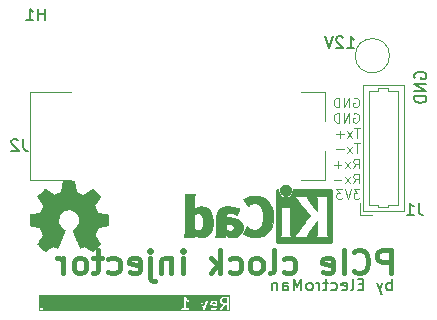
<source format=gbr>
%TF.GenerationSoftware,KiCad,Pcbnew,8.0.3*%
%TF.CreationDate,2024-06-23T17:04:57+02:00*%
%TF.ProjectId,Interface,496e7465-7266-4616-9365-2e6b69636164,rev?*%
%TF.SameCoordinates,Original*%
%TF.FileFunction,Legend,Bot*%
%TF.FilePolarity,Positive*%
%FSLAX46Y46*%
G04 Gerber Fmt 4.6, Leading zero omitted, Abs format (unit mm)*
G04 Created by KiCad (PCBNEW 8.0.3) date 2024-06-23 17:04:57*
%MOMM*%
%LPD*%
G01*
G04 APERTURE LIST*
%ADD10C,0.150000*%
%ADD11C,0.400000*%
%ADD12C,0.120000*%
%ADD13C,0.010000*%
%ADD14C,0.100000*%
G04 APERTURE END LIST*
D10*
X128889411Y-76569820D02*
X129460839Y-76569820D01*
X129175125Y-76569820D02*
X129175125Y-75569820D01*
X129175125Y-75569820D02*
X129270363Y-75712677D01*
X129270363Y-75712677D02*
X129365601Y-75807915D01*
X129365601Y-75807915D02*
X129460839Y-75855534D01*
X128508458Y-75665058D02*
X128460839Y-75617439D01*
X128460839Y-75617439D02*
X128365601Y-75569820D01*
X128365601Y-75569820D02*
X128127506Y-75569820D01*
X128127506Y-75569820D02*
X128032268Y-75617439D01*
X128032268Y-75617439D02*
X127984649Y-75665058D01*
X127984649Y-75665058D02*
X127937030Y-75760296D01*
X127937030Y-75760296D02*
X127937030Y-75855534D01*
X127937030Y-75855534D02*
X127984649Y-75998391D01*
X127984649Y-75998391D02*
X128556077Y-76569820D01*
X128556077Y-76569820D02*
X127937030Y-76569820D01*
X127651315Y-75569820D02*
X127317982Y-76569820D01*
X127317982Y-76569820D02*
X126984649Y-75569820D01*
X134617439Y-79110588D02*
X134569820Y-79015350D01*
X134569820Y-79015350D02*
X134569820Y-78872493D01*
X134569820Y-78872493D02*
X134617439Y-78729636D01*
X134617439Y-78729636D02*
X134712677Y-78634398D01*
X134712677Y-78634398D02*
X134807915Y-78586779D01*
X134807915Y-78586779D02*
X134998391Y-78539160D01*
X134998391Y-78539160D02*
X135141248Y-78539160D01*
X135141248Y-78539160D02*
X135331724Y-78586779D01*
X135331724Y-78586779D02*
X135426962Y-78634398D01*
X135426962Y-78634398D02*
X135522201Y-78729636D01*
X135522201Y-78729636D02*
X135569820Y-78872493D01*
X135569820Y-78872493D02*
X135569820Y-78967731D01*
X135569820Y-78967731D02*
X135522201Y-79110588D01*
X135522201Y-79110588D02*
X135474581Y-79158207D01*
X135474581Y-79158207D02*
X135141248Y-79158207D01*
X135141248Y-79158207D02*
X135141248Y-78967731D01*
X135569820Y-79586779D02*
X134569820Y-79586779D01*
X134569820Y-79586779D02*
X135569820Y-80158207D01*
X135569820Y-80158207D02*
X134569820Y-80158207D01*
X135569820Y-80634398D02*
X134569820Y-80634398D01*
X134569820Y-80634398D02*
X134569820Y-80872493D01*
X134569820Y-80872493D02*
X134617439Y-81015350D01*
X134617439Y-81015350D02*
X134712677Y-81110588D01*
X134712677Y-81110588D02*
X134807915Y-81158207D01*
X134807915Y-81158207D02*
X134998391Y-81205826D01*
X134998391Y-81205826D02*
X135141248Y-81205826D01*
X135141248Y-81205826D02*
X135331724Y-81158207D01*
X135331724Y-81158207D02*
X135426962Y-81110588D01*
X135426962Y-81110588D02*
X135522201Y-81015350D01*
X135522201Y-81015350D02*
X135569820Y-80872493D01*
X135569820Y-80872493D02*
X135569820Y-80634398D01*
X132663220Y-97069819D02*
X132663220Y-96069819D01*
X132663220Y-96450771D02*
X132567982Y-96403152D01*
X132567982Y-96403152D02*
X132377506Y-96403152D01*
X132377506Y-96403152D02*
X132282268Y-96450771D01*
X132282268Y-96450771D02*
X132234649Y-96498390D01*
X132234649Y-96498390D02*
X132187030Y-96593628D01*
X132187030Y-96593628D02*
X132187030Y-96879342D01*
X132187030Y-96879342D02*
X132234649Y-96974580D01*
X132234649Y-96974580D02*
X132282268Y-97022200D01*
X132282268Y-97022200D02*
X132377506Y-97069819D01*
X132377506Y-97069819D02*
X132567982Y-97069819D01*
X132567982Y-97069819D02*
X132663220Y-97022200D01*
X131853696Y-96403152D02*
X131615601Y-97069819D01*
X131377506Y-96403152D02*
X131615601Y-97069819D01*
X131615601Y-97069819D02*
X131710839Y-97307914D01*
X131710839Y-97307914D02*
X131758458Y-97355533D01*
X131758458Y-97355533D02*
X131853696Y-97403152D01*
X130234648Y-96546009D02*
X129901315Y-96546009D01*
X129758458Y-97069819D02*
X130234648Y-97069819D01*
X130234648Y-97069819D02*
X130234648Y-96069819D01*
X130234648Y-96069819D02*
X129758458Y-96069819D01*
X129187029Y-97069819D02*
X129282267Y-97022200D01*
X129282267Y-97022200D02*
X129329886Y-96926961D01*
X129329886Y-96926961D02*
X129329886Y-96069819D01*
X128425124Y-97022200D02*
X128520362Y-97069819D01*
X128520362Y-97069819D02*
X128710838Y-97069819D01*
X128710838Y-97069819D02*
X128806076Y-97022200D01*
X128806076Y-97022200D02*
X128853695Y-96926961D01*
X128853695Y-96926961D02*
X128853695Y-96546009D01*
X128853695Y-96546009D02*
X128806076Y-96450771D01*
X128806076Y-96450771D02*
X128710838Y-96403152D01*
X128710838Y-96403152D02*
X128520362Y-96403152D01*
X128520362Y-96403152D02*
X128425124Y-96450771D01*
X128425124Y-96450771D02*
X128377505Y-96546009D01*
X128377505Y-96546009D02*
X128377505Y-96641247D01*
X128377505Y-96641247D02*
X128853695Y-96736485D01*
X127520362Y-97022200D02*
X127615600Y-97069819D01*
X127615600Y-97069819D02*
X127806076Y-97069819D01*
X127806076Y-97069819D02*
X127901314Y-97022200D01*
X127901314Y-97022200D02*
X127948933Y-96974580D01*
X127948933Y-96974580D02*
X127996552Y-96879342D01*
X127996552Y-96879342D02*
X127996552Y-96593628D01*
X127996552Y-96593628D02*
X127948933Y-96498390D01*
X127948933Y-96498390D02*
X127901314Y-96450771D01*
X127901314Y-96450771D02*
X127806076Y-96403152D01*
X127806076Y-96403152D02*
X127615600Y-96403152D01*
X127615600Y-96403152D02*
X127520362Y-96450771D01*
X127234647Y-96403152D02*
X126853695Y-96403152D01*
X127091790Y-96069819D02*
X127091790Y-96926961D01*
X127091790Y-96926961D02*
X127044171Y-97022200D01*
X127044171Y-97022200D02*
X126948933Y-97069819D01*
X126948933Y-97069819D02*
X126853695Y-97069819D01*
X126520361Y-97069819D02*
X126520361Y-96403152D01*
X126520361Y-96593628D02*
X126472742Y-96498390D01*
X126472742Y-96498390D02*
X126425123Y-96450771D01*
X126425123Y-96450771D02*
X126329885Y-96403152D01*
X126329885Y-96403152D02*
X126234647Y-96403152D01*
X125758456Y-97069819D02*
X125853694Y-97022200D01*
X125853694Y-97022200D02*
X125901313Y-96974580D01*
X125901313Y-96974580D02*
X125948932Y-96879342D01*
X125948932Y-96879342D02*
X125948932Y-96593628D01*
X125948932Y-96593628D02*
X125901313Y-96498390D01*
X125901313Y-96498390D02*
X125853694Y-96450771D01*
X125853694Y-96450771D02*
X125758456Y-96403152D01*
X125758456Y-96403152D02*
X125615599Y-96403152D01*
X125615599Y-96403152D02*
X125520361Y-96450771D01*
X125520361Y-96450771D02*
X125472742Y-96498390D01*
X125472742Y-96498390D02*
X125425123Y-96593628D01*
X125425123Y-96593628D02*
X125425123Y-96879342D01*
X125425123Y-96879342D02*
X125472742Y-96974580D01*
X125472742Y-96974580D02*
X125520361Y-97022200D01*
X125520361Y-97022200D02*
X125615599Y-97069819D01*
X125615599Y-97069819D02*
X125758456Y-97069819D01*
X124996551Y-97069819D02*
X124996551Y-96069819D01*
X124996551Y-96069819D02*
X124663218Y-96784104D01*
X124663218Y-96784104D02*
X124329885Y-96069819D01*
X124329885Y-96069819D02*
X124329885Y-97069819D01*
X123425123Y-97069819D02*
X123425123Y-96546009D01*
X123425123Y-96546009D02*
X123472742Y-96450771D01*
X123472742Y-96450771D02*
X123567980Y-96403152D01*
X123567980Y-96403152D02*
X123758456Y-96403152D01*
X123758456Y-96403152D02*
X123853694Y-96450771D01*
X123425123Y-97022200D02*
X123520361Y-97069819D01*
X123520361Y-97069819D02*
X123758456Y-97069819D01*
X123758456Y-97069819D02*
X123853694Y-97022200D01*
X123853694Y-97022200D02*
X123901313Y-96926961D01*
X123901313Y-96926961D02*
X123901313Y-96831723D01*
X123901313Y-96831723D02*
X123853694Y-96736485D01*
X123853694Y-96736485D02*
X123758456Y-96688866D01*
X123758456Y-96688866D02*
X123520361Y-96688866D01*
X123520361Y-96688866D02*
X123425123Y-96641247D01*
X122948932Y-96403152D02*
X122948932Y-97069819D01*
X122948932Y-96498390D02*
X122901313Y-96450771D01*
X122901313Y-96450771D02*
X122806075Y-96403152D01*
X122806075Y-96403152D02*
X122663218Y-96403152D01*
X122663218Y-96403152D02*
X122567980Y-96450771D01*
X122567980Y-96450771D02*
X122520361Y-96546009D01*
X122520361Y-96546009D02*
X122520361Y-97069819D01*
G36*
X117707024Y-98105453D02*
G01*
X117735895Y-98161517D01*
X117736200Y-98245339D01*
X117408856Y-98180850D01*
X117408652Y-98165284D01*
X117436950Y-98106966D01*
X117493117Y-98078042D01*
X117648286Y-98076952D01*
X117707024Y-98105453D01*
G37*
G36*
X118688857Y-98118898D02*
G01*
X118530499Y-98119475D01*
X118526750Y-98118645D01*
X118521864Y-98119507D01*
X118402200Y-98119943D01*
X118333434Y-98086576D01*
X118302106Y-98056331D01*
X118266648Y-97987474D01*
X118265663Y-97879842D01*
X118298844Y-97811460D01*
X118329088Y-97780133D01*
X118397776Y-97744762D01*
X118688324Y-97743704D01*
X118688857Y-98118898D01*
G37*
G36*
X118949331Y-98855930D02*
G01*
X102769027Y-98855930D01*
X102769027Y-98607569D01*
X102880138Y-98607569D01*
X102880138Y-98636832D01*
X102887741Y-98655187D01*
X102891337Y-98663868D01*
X102900664Y-98675233D01*
X102959648Y-98732179D01*
X102986684Y-98743378D01*
X102986685Y-98743378D01*
X103015947Y-98743378D01*
X103015948Y-98743378D01*
X103042984Y-98732179D01*
X103054349Y-98722852D01*
X103111295Y-98663868D01*
X103114891Y-98655187D01*
X114784899Y-98655187D01*
X114784899Y-98684451D01*
X114796098Y-98711487D01*
X114816790Y-98732179D01*
X114843826Y-98743378D01*
X114858458Y-98744819D01*
X115444518Y-98743378D01*
X115471554Y-98732179D01*
X115492246Y-98711487D01*
X115503445Y-98684451D01*
X115503445Y-98655187D01*
X115492246Y-98628151D01*
X115471554Y-98607459D01*
X115444518Y-98596260D01*
X115429886Y-98594819D01*
X115219066Y-98595337D01*
X115218074Y-97896800D01*
X115282144Y-97959646D01*
X115288664Y-97967164D01*
X115291857Y-97969174D01*
X115292980Y-97970275D01*
X115294812Y-97971033D01*
X115301107Y-97974996D01*
X115410076Y-98027870D01*
X115439266Y-98029944D01*
X115467028Y-98020690D01*
X115474611Y-98014113D01*
X116450930Y-98014113D01*
X116454494Y-98028377D01*
X116690300Y-98684500D01*
X116690479Y-98688086D01*
X116695080Y-98697800D01*
X116698868Y-98708339D01*
X116701394Y-98711129D01*
X116703006Y-98714532D01*
X116711141Y-98721897D01*
X116718507Y-98730033D01*
X116721909Y-98731644D01*
X116724700Y-98734171D01*
X116735037Y-98737862D01*
X116744953Y-98742560D01*
X116748711Y-98742746D01*
X116752259Y-98744014D01*
X116763220Y-98743468D01*
X116774181Y-98744014D01*
X116777728Y-98742746D01*
X116781487Y-98742560D01*
X116791402Y-98737862D01*
X116801740Y-98734171D01*
X116804530Y-98731644D01*
X116807933Y-98730033D01*
X116815301Y-98721893D01*
X116823434Y-98714531D01*
X116825044Y-98711130D01*
X116827572Y-98708339D01*
X116833851Y-98695044D01*
X117028701Y-98146009D01*
X117259649Y-98146009D01*
X117260820Y-98235312D01*
X117259649Y-98241169D01*
X117260985Y-98247925D01*
X117261090Y-98255879D01*
X117263901Y-98262667D01*
X117265328Y-98269876D01*
X117269447Y-98276055D01*
X117272289Y-98282915D01*
X117277484Y-98288110D01*
X117281560Y-98294224D01*
X117287730Y-98298356D01*
X117292981Y-98303607D01*
X117299769Y-98306418D01*
X117305875Y-98310508D01*
X117319940Y-98314791D01*
X117736752Y-98396905D01*
X117737154Y-98507028D01*
X117708538Y-98566004D01*
X117652370Y-98594928D01*
X117497201Y-98596018D01*
X117402077Y-98549863D01*
X117372887Y-98547789D01*
X117345126Y-98557043D01*
X117323018Y-98576216D01*
X117309931Y-98602391D01*
X117307857Y-98631581D01*
X117317111Y-98659342D01*
X117336284Y-98681450D01*
X117348727Y-98689282D01*
X117434616Y-98730957D01*
X117435838Y-98732179D01*
X117444697Y-98735848D01*
X117457696Y-98742156D01*
X117460385Y-98742347D01*
X117462874Y-98743378D01*
X117477506Y-98744819D01*
X117656593Y-98743560D01*
X117658601Y-98744230D01*
X117669273Y-98743471D01*
X117682614Y-98743378D01*
X117685103Y-98742346D01*
X117687791Y-98742156D01*
X117701523Y-98736901D01*
X117792907Y-98689841D01*
X117800362Y-98687357D01*
X117804204Y-98684024D01*
X117809204Y-98681450D01*
X117815365Y-98674345D01*
X117822470Y-98668184D01*
X117827131Y-98660778D01*
X117828377Y-98659342D01*
X117828761Y-98658188D01*
X117830302Y-98655741D01*
X117871976Y-98569851D01*
X117873199Y-98568629D01*
X117876870Y-98559764D01*
X117883176Y-98546770D01*
X117883366Y-98544082D01*
X117884398Y-98541593D01*
X117885839Y-98526961D01*
X117885157Y-98339968D01*
X117885839Y-98336563D01*
X117885132Y-98332991D01*
X117884493Y-98157657D01*
X117885250Y-98155389D01*
X117884444Y-98144047D01*
X117884398Y-98131377D01*
X117883367Y-98128888D01*
X117883176Y-98126199D01*
X117877921Y-98112468D01*
X117830861Y-98021083D01*
X117828377Y-98013629D01*
X117825044Y-98009786D01*
X117822470Y-98004787D01*
X117815365Y-97998625D01*
X117809204Y-97991521D01*
X117801798Y-97986859D01*
X117800362Y-97985614D01*
X117799208Y-97985229D01*
X117796761Y-97983689D01*
X117710872Y-97942014D01*
X117709650Y-97940792D01*
X117700784Y-97937119D01*
X117687791Y-97930815D01*
X117685103Y-97930624D01*
X117682614Y-97929593D01*
X117667982Y-97928152D01*
X117488893Y-97929410D01*
X117486886Y-97928741D01*
X117476213Y-97929499D01*
X117462874Y-97929593D01*
X117460385Y-97930623D01*
X117457696Y-97930815D01*
X117443965Y-97936070D01*
X117352580Y-97983129D01*
X117345126Y-97985614D01*
X117341283Y-97988946D01*
X117336284Y-97991521D01*
X117330122Y-97998625D01*
X117323018Y-98004787D01*
X117318356Y-98012192D01*
X117317111Y-98013629D01*
X117316726Y-98014782D01*
X117315186Y-98017230D01*
X117273511Y-98103118D01*
X117272289Y-98104341D01*
X117268616Y-98113206D01*
X117262312Y-98126200D01*
X117262121Y-98128887D01*
X117261090Y-98131377D01*
X117259649Y-98146009D01*
X117028701Y-98146009D01*
X117075510Y-98014113D01*
X117074056Y-97984886D01*
X117061529Y-97958440D01*
X117039835Y-97938800D01*
X117012276Y-97928957D01*
X116983048Y-97930411D01*
X116956602Y-97942938D01*
X116936963Y-97964632D01*
X116930684Y-97977927D01*
X116763528Y-98448925D01*
X116589477Y-97964632D01*
X116569838Y-97942938D01*
X116543392Y-97930411D01*
X116514164Y-97928957D01*
X116486605Y-97938800D01*
X116464911Y-97958439D01*
X116452384Y-97984885D01*
X116450930Y-98014113D01*
X115474611Y-98014113D01*
X115489135Y-98001517D01*
X115502223Y-97975342D01*
X115504297Y-97946152D01*
X115495043Y-97918391D01*
X115475870Y-97896283D01*
X115463427Y-97888451D01*
X115405400Y-97860295D01*
X118116792Y-97860295D01*
X118117996Y-97991924D01*
X118117381Y-97993771D01*
X118118106Y-98003985D01*
X118118233Y-98017784D01*
X118119264Y-98020273D01*
X118119455Y-98022961D01*
X118124710Y-98036693D01*
X118173402Y-98131249D01*
X118177051Y-98140058D01*
X118179433Y-98142960D01*
X118180161Y-98144374D01*
X118181659Y-98145673D01*
X118186378Y-98151423D01*
X118235413Y-98198764D01*
X118241046Y-98205259D01*
X118244191Y-98207238D01*
X118245362Y-98208369D01*
X118247189Y-98209126D01*
X118253489Y-98213091D01*
X118339378Y-98254766D01*
X118340600Y-98255988D01*
X118349459Y-98259657D01*
X118362458Y-98265965D01*
X118365147Y-98266156D01*
X118367636Y-98267187D01*
X118381549Y-98268557D01*
X118123139Y-98639623D01*
X118116810Y-98668194D01*
X118121895Y-98697011D01*
X118137622Y-98721690D01*
X118161596Y-98738472D01*
X118190167Y-98744801D01*
X118218984Y-98739716D01*
X118243663Y-98723989D01*
X118253234Y-98712829D01*
X118563034Y-98267969D01*
X118689068Y-98267510D01*
X118689661Y-98684451D01*
X118700860Y-98711487D01*
X118721552Y-98732179D01*
X118748588Y-98743378D01*
X118777852Y-98743378D01*
X118804888Y-98732179D01*
X118825580Y-98711487D01*
X118836779Y-98684451D01*
X118838220Y-98669819D01*
X118836779Y-97655187D01*
X118825580Y-97628151D01*
X118804888Y-97607459D01*
X118777852Y-97596260D01*
X118763220Y-97594819D01*
X118393916Y-97596164D01*
X118391648Y-97595408D01*
X118380306Y-97596213D01*
X118367636Y-97596260D01*
X118365147Y-97597290D01*
X118362458Y-97597482D01*
X118348727Y-97602737D01*
X118254172Y-97651428D01*
X118245362Y-97655078D01*
X118242459Y-97657460D01*
X118241046Y-97658188D01*
X118239746Y-97659686D01*
X118233997Y-97664405D01*
X118186655Y-97713440D01*
X118180161Y-97719073D01*
X118178181Y-97722218D01*
X118177051Y-97723389D01*
X118176293Y-97725216D01*
X118172329Y-97731516D01*
X118130654Y-97817404D01*
X118129432Y-97818627D01*
X118125759Y-97827492D01*
X118119455Y-97840486D01*
X118119264Y-97843173D01*
X118118233Y-97845663D01*
X118116792Y-97860295D01*
X115405400Y-97860295D01*
X115381258Y-97848581D01*
X115300967Y-97769825D01*
X115209053Y-97634238D01*
X115206532Y-97628151D01*
X115201549Y-97623168D01*
X115197260Y-97616841D01*
X115191090Y-97612709D01*
X115185840Y-97607459D01*
X115179050Y-97604646D01*
X115172945Y-97600558D01*
X115165664Y-97599101D01*
X115158804Y-97596260D01*
X115151456Y-97596260D01*
X115144251Y-97594819D01*
X115136967Y-97596260D01*
X115129540Y-97596260D01*
X115122751Y-97599072D01*
X115115543Y-97600498D01*
X115109364Y-97604617D01*
X115102504Y-97607459D01*
X115097308Y-97612654D01*
X115091194Y-97616731D01*
X115087062Y-97622900D01*
X115081812Y-97628151D01*
X115078999Y-97634940D01*
X115074911Y-97641046D01*
X115073454Y-97648326D01*
X115070613Y-97655187D01*
X115069187Y-97669663D01*
X115069172Y-97669740D01*
X115069177Y-97669766D01*
X115069172Y-97669819D01*
X115070486Y-98595702D01*
X114843826Y-98596260D01*
X114816790Y-98607459D01*
X114796098Y-98628151D01*
X114784899Y-98655187D01*
X103114891Y-98655187D01*
X103122494Y-98636832D01*
X103122494Y-98607569D01*
X103122448Y-98607459D01*
X103111296Y-98580533D01*
X103101968Y-98569167D01*
X103042984Y-98512220D01*
X103042983Y-98512219D01*
X103027146Y-98505659D01*
X103015948Y-98501021D01*
X103015947Y-98501021D01*
X102986684Y-98501021D01*
X102975486Y-98505659D01*
X102959649Y-98512219D01*
X102959648Y-98512220D01*
X102948282Y-98521548D01*
X102891336Y-98580533D01*
X102880138Y-98607569D01*
X102769027Y-98607569D01*
X102769027Y-97483708D01*
X118949331Y-97483708D01*
X118949331Y-98855930D01*
G37*
D11*
X132560652Y-95634438D02*
X132560652Y-93634438D01*
X132560652Y-93634438D02*
X131798747Y-93634438D01*
X131798747Y-93634438D02*
X131608271Y-93729676D01*
X131608271Y-93729676D02*
X131513033Y-93824914D01*
X131513033Y-93824914D02*
X131417795Y-94015390D01*
X131417795Y-94015390D02*
X131417795Y-94301104D01*
X131417795Y-94301104D02*
X131513033Y-94491580D01*
X131513033Y-94491580D02*
X131608271Y-94586819D01*
X131608271Y-94586819D02*
X131798747Y-94682057D01*
X131798747Y-94682057D02*
X132560652Y-94682057D01*
X129417795Y-95443961D02*
X129513033Y-95539200D01*
X129513033Y-95539200D02*
X129798747Y-95634438D01*
X129798747Y-95634438D02*
X129989223Y-95634438D01*
X129989223Y-95634438D02*
X130274938Y-95539200D01*
X130274938Y-95539200D02*
X130465414Y-95348723D01*
X130465414Y-95348723D02*
X130560652Y-95158247D01*
X130560652Y-95158247D02*
X130655890Y-94777295D01*
X130655890Y-94777295D02*
X130655890Y-94491580D01*
X130655890Y-94491580D02*
X130560652Y-94110628D01*
X130560652Y-94110628D02*
X130465414Y-93920152D01*
X130465414Y-93920152D02*
X130274938Y-93729676D01*
X130274938Y-93729676D02*
X129989223Y-93634438D01*
X129989223Y-93634438D02*
X129798747Y-93634438D01*
X129798747Y-93634438D02*
X129513033Y-93729676D01*
X129513033Y-93729676D02*
X129417795Y-93824914D01*
X128560652Y-95634438D02*
X128560652Y-93634438D01*
X126846366Y-95539200D02*
X127036842Y-95634438D01*
X127036842Y-95634438D02*
X127417795Y-95634438D01*
X127417795Y-95634438D02*
X127608271Y-95539200D01*
X127608271Y-95539200D02*
X127703509Y-95348723D01*
X127703509Y-95348723D02*
X127703509Y-94586819D01*
X127703509Y-94586819D02*
X127608271Y-94396342D01*
X127608271Y-94396342D02*
X127417795Y-94301104D01*
X127417795Y-94301104D02*
X127036842Y-94301104D01*
X127036842Y-94301104D02*
X126846366Y-94396342D01*
X126846366Y-94396342D02*
X126751128Y-94586819D01*
X126751128Y-94586819D02*
X126751128Y-94777295D01*
X126751128Y-94777295D02*
X127703509Y-94967771D01*
X123513032Y-95539200D02*
X123703508Y-95634438D01*
X123703508Y-95634438D02*
X124084461Y-95634438D01*
X124084461Y-95634438D02*
X124274937Y-95539200D01*
X124274937Y-95539200D02*
X124370175Y-95443961D01*
X124370175Y-95443961D02*
X124465413Y-95253485D01*
X124465413Y-95253485D02*
X124465413Y-94682057D01*
X124465413Y-94682057D02*
X124370175Y-94491580D01*
X124370175Y-94491580D02*
X124274937Y-94396342D01*
X124274937Y-94396342D02*
X124084461Y-94301104D01*
X124084461Y-94301104D02*
X123703508Y-94301104D01*
X123703508Y-94301104D02*
X123513032Y-94396342D01*
X122370175Y-95634438D02*
X122560651Y-95539200D01*
X122560651Y-95539200D02*
X122655889Y-95348723D01*
X122655889Y-95348723D02*
X122655889Y-93634438D01*
X121322556Y-95634438D02*
X121513032Y-95539200D01*
X121513032Y-95539200D02*
X121608270Y-95443961D01*
X121608270Y-95443961D02*
X121703508Y-95253485D01*
X121703508Y-95253485D02*
X121703508Y-94682057D01*
X121703508Y-94682057D02*
X121608270Y-94491580D01*
X121608270Y-94491580D02*
X121513032Y-94396342D01*
X121513032Y-94396342D02*
X121322556Y-94301104D01*
X121322556Y-94301104D02*
X121036841Y-94301104D01*
X121036841Y-94301104D02*
X120846365Y-94396342D01*
X120846365Y-94396342D02*
X120751127Y-94491580D01*
X120751127Y-94491580D02*
X120655889Y-94682057D01*
X120655889Y-94682057D02*
X120655889Y-95253485D01*
X120655889Y-95253485D02*
X120751127Y-95443961D01*
X120751127Y-95443961D02*
X120846365Y-95539200D01*
X120846365Y-95539200D02*
X121036841Y-95634438D01*
X121036841Y-95634438D02*
X121322556Y-95634438D01*
X118941603Y-95539200D02*
X119132079Y-95634438D01*
X119132079Y-95634438D02*
X119513032Y-95634438D01*
X119513032Y-95634438D02*
X119703508Y-95539200D01*
X119703508Y-95539200D02*
X119798746Y-95443961D01*
X119798746Y-95443961D02*
X119893984Y-95253485D01*
X119893984Y-95253485D02*
X119893984Y-94682057D01*
X119893984Y-94682057D02*
X119798746Y-94491580D01*
X119798746Y-94491580D02*
X119703508Y-94396342D01*
X119703508Y-94396342D02*
X119513032Y-94301104D01*
X119513032Y-94301104D02*
X119132079Y-94301104D01*
X119132079Y-94301104D02*
X118941603Y-94396342D01*
X118084460Y-95634438D02*
X118084460Y-93634438D01*
X117893984Y-94872533D02*
X117322555Y-95634438D01*
X117322555Y-94301104D02*
X118084460Y-95063009D01*
X114941602Y-95634438D02*
X114941602Y-94301104D01*
X114941602Y-93634438D02*
X115036840Y-93729676D01*
X115036840Y-93729676D02*
X114941602Y-93824914D01*
X114941602Y-93824914D02*
X114846364Y-93729676D01*
X114846364Y-93729676D02*
X114941602Y-93634438D01*
X114941602Y-93634438D02*
X114941602Y-93824914D01*
X113989221Y-94301104D02*
X113989221Y-95634438D01*
X113989221Y-94491580D02*
X113893983Y-94396342D01*
X113893983Y-94396342D02*
X113703507Y-94301104D01*
X113703507Y-94301104D02*
X113417792Y-94301104D01*
X113417792Y-94301104D02*
X113227316Y-94396342D01*
X113227316Y-94396342D02*
X113132078Y-94586819D01*
X113132078Y-94586819D02*
X113132078Y-95634438D01*
X112179697Y-94301104D02*
X112179697Y-96015390D01*
X112179697Y-96015390D02*
X112274935Y-96205866D01*
X112274935Y-96205866D02*
X112465411Y-96301104D01*
X112465411Y-96301104D02*
X112560649Y-96301104D01*
X112179697Y-93634438D02*
X112274935Y-93729676D01*
X112274935Y-93729676D02*
X112179697Y-93824914D01*
X112179697Y-93824914D02*
X112084459Y-93729676D01*
X112084459Y-93729676D02*
X112179697Y-93634438D01*
X112179697Y-93634438D02*
X112179697Y-93824914D01*
X110465411Y-95539200D02*
X110655887Y-95634438D01*
X110655887Y-95634438D02*
X111036840Y-95634438D01*
X111036840Y-95634438D02*
X111227316Y-95539200D01*
X111227316Y-95539200D02*
X111322554Y-95348723D01*
X111322554Y-95348723D02*
X111322554Y-94586819D01*
X111322554Y-94586819D02*
X111227316Y-94396342D01*
X111227316Y-94396342D02*
X111036840Y-94301104D01*
X111036840Y-94301104D02*
X110655887Y-94301104D01*
X110655887Y-94301104D02*
X110465411Y-94396342D01*
X110465411Y-94396342D02*
X110370173Y-94586819D01*
X110370173Y-94586819D02*
X110370173Y-94777295D01*
X110370173Y-94777295D02*
X111322554Y-94967771D01*
X108655887Y-95539200D02*
X108846363Y-95634438D01*
X108846363Y-95634438D02*
X109227316Y-95634438D01*
X109227316Y-95634438D02*
X109417792Y-95539200D01*
X109417792Y-95539200D02*
X109513030Y-95443961D01*
X109513030Y-95443961D02*
X109608268Y-95253485D01*
X109608268Y-95253485D02*
X109608268Y-94682057D01*
X109608268Y-94682057D02*
X109513030Y-94491580D01*
X109513030Y-94491580D02*
X109417792Y-94396342D01*
X109417792Y-94396342D02*
X109227316Y-94301104D01*
X109227316Y-94301104D02*
X108846363Y-94301104D01*
X108846363Y-94301104D02*
X108655887Y-94396342D01*
X108084458Y-94301104D02*
X107322554Y-94301104D01*
X107798744Y-93634438D02*
X107798744Y-95348723D01*
X107798744Y-95348723D02*
X107703506Y-95539200D01*
X107703506Y-95539200D02*
X107513030Y-95634438D01*
X107513030Y-95634438D02*
X107322554Y-95634438D01*
X106370173Y-95634438D02*
X106560649Y-95539200D01*
X106560649Y-95539200D02*
X106655887Y-95443961D01*
X106655887Y-95443961D02*
X106751125Y-95253485D01*
X106751125Y-95253485D02*
X106751125Y-94682057D01*
X106751125Y-94682057D02*
X106655887Y-94491580D01*
X106655887Y-94491580D02*
X106560649Y-94396342D01*
X106560649Y-94396342D02*
X106370173Y-94301104D01*
X106370173Y-94301104D02*
X106084458Y-94301104D01*
X106084458Y-94301104D02*
X105893982Y-94396342D01*
X105893982Y-94396342D02*
X105798744Y-94491580D01*
X105798744Y-94491580D02*
X105703506Y-94682057D01*
X105703506Y-94682057D02*
X105703506Y-95253485D01*
X105703506Y-95253485D02*
X105798744Y-95443961D01*
X105798744Y-95443961D02*
X105893982Y-95539200D01*
X105893982Y-95539200D02*
X106084458Y-95634438D01*
X106084458Y-95634438D02*
X106370173Y-95634438D01*
X104846363Y-95634438D02*
X104846363Y-94301104D01*
X104846363Y-94682057D02*
X104751125Y-94491580D01*
X104751125Y-94491580D02*
X104655887Y-94396342D01*
X104655887Y-94396342D02*
X104465411Y-94301104D01*
X104465411Y-94301104D02*
X104274934Y-94301104D01*
D12*
X129411529Y-80806220D02*
X129487719Y-80768125D01*
X129487719Y-80768125D02*
X129602005Y-80768125D01*
X129602005Y-80768125D02*
X129716291Y-80806220D01*
X129716291Y-80806220D02*
X129792481Y-80882410D01*
X129792481Y-80882410D02*
X129830576Y-80958601D01*
X129830576Y-80958601D02*
X129868672Y-81110982D01*
X129868672Y-81110982D02*
X129868672Y-81225268D01*
X129868672Y-81225268D02*
X129830576Y-81377649D01*
X129830576Y-81377649D02*
X129792481Y-81453839D01*
X129792481Y-81453839D02*
X129716291Y-81530030D01*
X129716291Y-81530030D02*
X129602005Y-81568125D01*
X129602005Y-81568125D02*
X129525814Y-81568125D01*
X129525814Y-81568125D02*
X129411529Y-81530030D01*
X129411529Y-81530030D02*
X129373433Y-81491934D01*
X129373433Y-81491934D02*
X129373433Y-81225268D01*
X129373433Y-81225268D02*
X129525814Y-81225268D01*
X129030576Y-81568125D02*
X129030576Y-80768125D01*
X129030576Y-80768125D02*
X128573433Y-81568125D01*
X128573433Y-81568125D02*
X128573433Y-80768125D01*
X128192481Y-81568125D02*
X128192481Y-80768125D01*
X128192481Y-80768125D02*
X128002005Y-80768125D01*
X128002005Y-80768125D02*
X127887719Y-80806220D01*
X127887719Y-80806220D02*
X127811529Y-80882410D01*
X127811529Y-80882410D02*
X127773434Y-80958601D01*
X127773434Y-80958601D02*
X127735338Y-81110982D01*
X127735338Y-81110982D02*
X127735338Y-81225268D01*
X127735338Y-81225268D02*
X127773434Y-81377649D01*
X127773434Y-81377649D02*
X127811529Y-81453839D01*
X127811529Y-81453839D02*
X127887719Y-81530030D01*
X127887719Y-81530030D02*
X128002005Y-81568125D01*
X128002005Y-81568125D02*
X128192481Y-81568125D01*
X129411529Y-82094175D02*
X129487719Y-82056080D01*
X129487719Y-82056080D02*
X129602005Y-82056080D01*
X129602005Y-82056080D02*
X129716291Y-82094175D01*
X129716291Y-82094175D02*
X129792481Y-82170365D01*
X129792481Y-82170365D02*
X129830576Y-82246556D01*
X129830576Y-82246556D02*
X129868672Y-82398937D01*
X129868672Y-82398937D02*
X129868672Y-82513223D01*
X129868672Y-82513223D02*
X129830576Y-82665604D01*
X129830576Y-82665604D02*
X129792481Y-82741794D01*
X129792481Y-82741794D02*
X129716291Y-82817985D01*
X129716291Y-82817985D02*
X129602005Y-82856080D01*
X129602005Y-82856080D02*
X129525814Y-82856080D01*
X129525814Y-82856080D02*
X129411529Y-82817985D01*
X129411529Y-82817985D02*
X129373433Y-82779889D01*
X129373433Y-82779889D02*
X129373433Y-82513223D01*
X129373433Y-82513223D02*
X129525814Y-82513223D01*
X129030576Y-82856080D02*
X129030576Y-82056080D01*
X129030576Y-82056080D02*
X128573433Y-82856080D01*
X128573433Y-82856080D02*
X128573433Y-82056080D01*
X128192481Y-82856080D02*
X128192481Y-82056080D01*
X128192481Y-82056080D02*
X128002005Y-82056080D01*
X128002005Y-82056080D02*
X127887719Y-82094175D01*
X127887719Y-82094175D02*
X127811529Y-82170365D01*
X127811529Y-82170365D02*
X127773434Y-82246556D01*
X127773434Y-82246556D02*
X127735338Y-82398937D01*
X127735338Y-82398937D02*
X127735338Y-82513223D01*
X127735338Y-82513223D02*
X127773434Y-82665604D01*
X127773434Y-82665604D02*
X127811529Y-82741794D01*
X127811529Y-82741794D02*
X127887719Y-82817985D01*
X127887719Y-82817985D02*
X128002005Y-82856080D01*
X128002005Y-82856080D02*
X128192481Y-82856080D01*
X129944862Y-83344035D02*
X129487719Y-83344035D01*
X129716291Y-84144035D02*
X129716291Y-83344035D01*
X129297243Y-84144035D02*
X128878195Y-83610701D01*
X129297243Y-83610701D02*
X128878195Y-84144035D01*
X128573433Y-83839273D02*
X127963910Y-83839273D01*
X128268671Y-84144035D02*
X128268671Y-83534511D01*
X129944862Y-84631990D02*
X129487719Y-84631990D01*
X129716291Y-85431990D02*
X129716291Y-84631990D01*
X129297243Y-85431990D02*
X128878195Y-84898656D01*
X129297243Y-84898656D02*
X128878195Y-85431990D01*
X128573433Y-85127228D02*
X127963910Y-85127228D01*
X129373433Y-86719945D02*
X129640100Y-86338992D01*
X129830576Y-86719945D02*
X129830576Y-85919945D01*
X129830576Y-85919945D02*
X129525814Y-85919945D01*
X129525814Y-85919945D02*
X129449624Y-85958040D01*
X129449624Y-85958040D02*
X129411529Y-85996135D01*
X129411529Y-85996135D02*
X129373433Y-86072326D01*
X129373433Y-86072326D02*
X129373433Y-86186611D01*
X129373433Y-86186611D02*
X129411529Y-86262802D01*
X129411529Y-86262802D02*
X129449624Y-86300897D01*
X129449624Y-86300897D02*
X129525814Y-86338992D01*
X129525814Y-86338992D02*
X129830576Y-86338992D01*
X129106767Y-86719945D02*
X128687719Y-86186611D01*
X129106767Y-86186611D02*
X128687719Y-86719945D01*
X128382957Y-86415183D02*
X127773434Y-86415183D01*
X128078195Y-86719945D02*
X128078195Y-86110421D01*
X129373433Y-88007900D02*
X129640100Y-87626947D01*
X129830576Y-88007900D02*
X129830576Y-87207900D01*
X129830576Y-87207900D02*
X129525814Y-87207900D01*
X129525814Y-87207900D02*
X129449624Y-87245995D01*
X129449624Y-87245995D02*
X129411529Y-87284090D01*
X129411529Y-87284090D02*
X129373433Y-87360281D01*
X129373433Y-87360281D02*
X129373433Y-87474566D01*
X129373433Y-87474566D02*
X129411529Y-87550757D01*
X129411529Y-87550757D02*
X129449624Y-87588852D01*
X129449624Y-87588852D02*
X129525814Y-87626947D01*
X129525814Y-87626947D02*
X129830576Y-87626947D01*
X129106767Y-88007900D02*
X128687719Y-87474566D01*
X129106767Y-87474566D02*
X128687719Y-88007900D01*
X128382957Y-87703138D02*
X127773434Y-87703138D01*
X129906767Y-88495855D02*
X129411529Y-88495855D01*
X129411529Y-88495855D02*
X129678195Y-88800617D01*
X129678195Y-88800617D02*
X129563910Y-88800617D01*
X129563910Y-88800617D02*
X129487719Y-88838712D01*
X129487719Y-88838712D02*
X129449624Y-88876807D01*
X129449624Y-88876807D02*
X129411529Y-88952998D01*
X129411529Y-88952998D02*
X129411529Y-89143474D01*
X129411529Y-89143474D02*
X129449624Y-89219664D01*
X129449624Y-89219664D02*
X129487719Y-89257760D01*
X129487719Y-89257760D02*
X129563910Y-89295855D01*
X129563910Y-89295855D02*
X129792481Y-89295855D01*
X129792481Y-89295855D02*
X129868672Y-89257760D01*
X129868672Y-89257760D02*
X129906767Y-89219664D01*
X129182957Y-88495855D02*
X128916290Y-89295855D01*
X128916290Y-89295855D02*
X128649624Y-88495855D01*
X128459148Y-88495855D02*
X127963910Y-88495855D01*
X127963910Y-88495855D02*
X128230576Y-88800617D01*
X128230576Y-88800617D02*
X128116291Y-88800617D01*
X128116291Y-88800617D02*
X128040100Y-88838712D01*
X128040100Y-88838712D02*
X128002005Y-88876807D01*
X128002005Y-88876807D02*
X127963910Y-88952998D01*
X127963910Y-88952998D02*
X127963910Y-89143474D01*
X127963910Y-89143474D02*
X128002005Y-89219664D01*
X128002005Y-89219664D02*
X128040100Y-89257760D01*
X128040100Y-89257760D02*
X128116291Y-89295855D01*
X128116291Y-89295855D02*
X128344862Y-89295855D01*
X128344862Y-89295855D02*
X128421053Y-89257760D01*
X128421053Y-89257760D02*
X128459148Y-89219664D01*
D10*
X103261904Y-74204819D02*
X103261904Y-73204819D01*
X103261904Y-73681009D02*
X102690476Y-73681009D01*
X102690476Y-74204819D02*
X102690476Y-73204819D01*
X101690476Y-74204819D02*
X102261904Y-74204819D01*
X101976190Y-74204819D02*
X101976190Y-73204819D01*
X101976190Y-73204819D02*
X102071428Y-73347676D01*
X102071428Y-73347676D02*
X102166666Y-73442914D01*
X102166666Y-73442914D02*
X102261904Y-73490533D01*
X101433333Y-84254819D02*
X101433333Y-84969104D01*
X101433333Y-84969104D02*
X101480952Y-85111961D01*
X101480952Y-85111961D02*
X101576190Y-85207200D01*
X101576190Y-85207200D02*
X101719047Y-85254819D01*
X101719047Y-85254819D02*
X101814285Y-85254819D01*
X101004761Y-84350057D02*
X100957142Y-84302438D01*
X100957142Y-84302438D02*
X100861904Y-84254819D01*
X100861904Y-84254819D02*
X100623809Y-84254819D01*
X100623809Y-84254819D02*
X100528571Y-84302438D01*
X100528571Y-84302438D02*
X100480952Y-84350057D01*
X100480952Y-84350057D02*
X100433333Y-84445295D01*
X100433333Y-84445295D02*
X100433333Y-84540533D01*
X100433333Y-84540533D02*
X100480952Y-84683390D01*
X100480952Y-84683390D02*
X101052380Y-85254819D01*
X101052380Y-85254819D02*
X100433333Y-85254819D01*
X134933333Y-89654819D02*
X134933333Y-90369104D01*
X134933333Y-90369104D02*
X134980952Y-90511961D01*
X134980952Y-90511961D02*
X135076190Y-90607200D01*
X135076190Y-90607200D02*
X135219047Y-90654819D01*
X135219047Y-90654819D02*
X135314285Y-90654819D01*
X133933333Y-90654819D02*
X134504761Y-90654819D01*
X134219047Y-90654819D02*
X134219047Y-89654819D01*
X134219047Y-89654819D02*
X134314285Y-89797676D01*
X134314285Y-89797676D02*
X134409523Y-89892914D01*
X134409523Y-89892914D02*
X134504761Y-89940533D01*
D12*
%TO.C,TP1*%
X132450000Y-77200000D02*
G75*
G02*
X129550000Y-77200000I-1450000J0D01*
G01*
X129550000Y-77200000D02*
G75*
G02*
X132450000Y-77200000I1450000J0D01*
G01*
D13*
%TO.C,REF\u002A\u002A*%
X123754562Y-88132850D02*
X123837313Y-88160053D01*
X123912406Y-88205484D01*
X123984298Y-88271302D01*
X124022846Y-88315567D01*
X124062256Y-88373961D01*
X124087446Y-88434586D01*
X124100861Y-88503865D01*
X124104948Y-88588222D01*
X124104669Y-88634307D01*
X124102460Y-88675450D01*
X124096894Y-88707582D01*
X124086586Y-88738122D01*
X124070148Y-88774489D01*
X124056200Y-88801728D01*
X123997665Y-88887429D01*
X123925619Y-88956617D01*
X123841947Y-89007741D01*
X123748531Y-89039250D01*
X123715434Y-89046225D01*
X123674960Y-89053094D01*
X123641999Y-89054919D01*
X123607698Y-89051947D01*
X123563200Y-89044426D01*
X123511934Y-89032002D01*
X123421434Y-88994112D01*
X123342345Y-88939836D01*
X123276528Y-88871770D01*
X123225840Y-88792511D01*
X123192140Y-88704654D01*
X123177286Y-88610795D01*
X123183136Y-88513530D01*
X123209399Y-88417220D01*
X123254418Y-88328494D01*
X123315373Y-88253419D01*
X123390184Y-88193641D01*
X123476768Y-88150809D01*
X123573043Y-88126571D01*
X123676928Y-88122576D01*
X123754562Y-88132850D01*
G36*
X123754562Y-88132850D02*
G01*
X123837313Y-88160053D01*
X123912406Y-88205484D01*
X123984298Y-88271302D01*
X124022846Y-88315567D01*
X124062256Y-88373961D01*
X124087446Y-88434586D01*
X124100861Y-88503865D01*
X124104948Y-88588222D01*
X124104669Y-88634307D01*
X124102460Y-88675450D01*
X124096894Y-88707582D01*
X124086586Y-88738122D01*
X124070148Y-88774489D01*
X124056200Y-88801728D01*
X123997665Y-88887429D01*
X123925619Y-88956617D01*
X123841947Y-89007741D01*
X123748531Y-89039250D01*
X123715434Y-89046225D01*
X123674960Y-89053094D01*
X123641999Y-89054919D01*
X123607698Y-89051947D01*
X123563200Y-89044426D01*
X123511934Y-89032002D01*
X123421434Y-88994112D01*
X123342345Y-88939836D01*
X123276528Y-88871770D01*
X123225840Y-88792511D01*
X123192140Y-88704654D01*
X123177286Y-88610795D01*
X123183136Y-88513530D01*
X123209399Y-88417220D01*
X123254418Y-88328494D01*
X123315373Y-88253419D01*
X123390184Y-88193641D01*
X123476768Y-88150809D01*
X123573043Y-88126571D01*
X123676928Y-88122576D01*
X123754562Y-88132850D01*
G37*
X121288711Y-89062033D02*
X121384268Y-89079523D01*
X121548558Y-89124564D01*
X121702589Y-89187656D01*
X121848509Y-89269915D01*
X121988466Y-89372457D01*
X122124608Y-89496399D01*
X122168473Y-89541661D01*
X122280758Y-89673865D01*
X122373972Y-89811832D01*
X122450719Y-89959750D01*
X122513603Y-90121803D01*
X122517420Y-90133391D01*
X122567507Y-90319392D01*
X122600899Y-90515521D01*
X122617584Y-90717568D01*
X122617551Y-90921325D01*
X122600791Y-91122581D01*
X122567292Y-91317128D01*
X122517044Y-91500756D01*
X122473190Y-91618053D01*
X122395348Y-91780951D01*
X122301828Y-91934866D01*
X122194822Y-92076671D01*
X122076519Y-92203239D01*
X121949111Y-92311441D01*
X121871606Y-92364120D01*
X121744725Y-92433750D01*
X121607243Y-92492468D01*
X121465716Y-92537587D01*
X121326702Y-92566422D01*
X121312597Y-92568106D01*
X121269153Y-92571434D01*
X121211723Y-92574275D01*
X121146122Y-92576373D01*
X121078167Y-92577468D01*
X120951378Y-92575140D01*
X120803673Y-92562136D01*
X120665779Y-92537133D01*
X120532014Y-92499318D01*
X120508562Y-92490889D01*
X120460612Y-92471408D01*
X120404140Y-92446473D01*
X120342379Y-92417722D01*
X120278563Y-92386790D01*
X120215926Y-92355315D01*
X120157703Y-92324934D01*
X120107127Y-92297283D01*
X120067433Y-92273999D01*
X120041854Y-92256718D01*
X120033625Y-92247079D01*
X120035076Y-92243984D01*
X120046250Y-92224079D01*
X120067134Y-92188420D01*
X120096265Y-92139459D01*
X120132181Y-92079646D01*
X120173420Y-92011433D01*
X120218517Y-91937271D01*
X120399785Y-91640008D01*
X120446315Y-91684539D01*
X120537723Y-91762865D01*
X120651334Y-91837439D01*
X120769122Y-91891474D01*
X120889559Y-91924290D01*
X121011117Y-91935211D01*
X121052585Y-91933868D01*
X121170080Y-91915612D01*
X121280089Y-91876617D01*
X121381430Y-91817670D01*
X121472921Y-91739557D01*
X121553380Y-91643064D01*
X121621627Y-91528978D01*
X121637908Y-91494724D01*
X121683982Y-91371240D01*
X121719106Y-91232918D01*
X121743197Y-91083561D01*
X121756173Y-90926973D01*
X121757949Y-90766956D01*
X121748443Y-90607314D01*
X121727572Y-90451850D01*
X121695252Y-90304366D01*
X121651399Y-90168667D01*
X121613982Y-90082076D01*
X121549185Y-89968688D01*
X121473772Y-89875070D01*
X121387418Y-89800959D01*
X121289795Y-89746094D01*
X121180577Y-89710212D01*
X121059439Y-89693051D01*
X120990038Y-89691880D01*
X120867168Y-89706141D01*
X120751664Y-89741241D01*
X120644953Y-89796682D01*
X120548464Y-89871964D01*
X120532720Y-89886440D01*
X120502150Y-89912962D01*
X120479809Y-89930138D01*
X120469691Y-89934787D01*
X120467706Y-89932597D01*
X120453241Y-89913721D01*
X120429400Y-89880397D01*
X120398029Y-89835380D01*
X120360974Y-89781425D01*
X120320083Y-89721285D01*
X120277202Y-89657718D01*
X120234178Y-89593476D01*
X120192857Y-89531315D01*
X120155086Y-89473991D01*
X120122712Y-89424257D01*
X120097582Y-89384868D01*
X120081542Y-89358580D01*
X120076439Y-89348147D01*
X120081050Y-89343941D01*
X120100267Y-89338933D01*
X120109838Y-89336386D01*
X120137809Y-89325249D01*
X120179448Y-89306802D01*
X120230995Y-89282725D01*
X120288690Y-89254699D01*
X120299957Y-89249154D01*
X120477687Y-89169889D01*
X120647490Y-89110385D01*
X120811430Y-89070245D01*
X120971571Y-89049071D01*
X121129977Y-89046466D01*
X121288711Y-89062033D01*
G36*
X121288711Y-89062033D02*
G01*
X121384268Y-89079523D01*
X121548558Y-89124564D01*
X121702589Y-89187656D01*
X121848509Y-89269915D01*
X121988466Y-89372457D01*
X122124608Y-89496399D01*
X122168473Y-89541661D01*
X122280758Y-89673865D01*
X122373972Y-89811832D01*
X122450719Y-89959750D01*
X122513603Y-90121803D01*
X122517420Y-90133391D01*
X122567507Y-90319392D01*
X122600899Y-90515521D01*
X122617584Y-90717568D01*
X122617551Y-90921325D01*
X122600791Y-91122581D01*
X122567292Y-91317128D01*
X122517044Y-91500756D01*
X122473190Y-91618053D01*
X122395348Y-91780951D01*
X122301828Y-91934866D01*
X122194822Y-92076671D01*
X122076519Y-92203239D01*
X121949111Y-92311441D01*
X121871606Y-92364120D01*
X121744725Y-92433750D01*
X121607243Y-92492468D01*
X121465716Y-92537587D01*
X121326702Y-92566422D01*
X121312597Y-92568106D01*
X121269153Y-92571434D01*
X121211723Y-92574275D01*
X121146122Y-92576373D01*
X121078167Y-92577468D01*
X120951378Y-92575140D01*
X120803673Y-92562136D01*
X120665779Y-92537133D01*
X120532014Y-92499318D01*
X120508562Y-92490889D01*
X120460612Y-92471408D01*
X120404140Y-92446473D01*
X120342379Y-92417722D01*
X120278563Y-92386790D01*
X120215926Y-92355315D01*
X120157703Y-92324934D01*
X120107127Y-92297283D01*
X120067433Y-92273999D01*
X120041854Y-92256718D01*
X120033625Y-92247079D01*
X120035076Y-92243984D01*
X120046250Y-92224079D01*
X120067134Y-92188420D01*
X120096265Y-92139459D01*
X120132181Y-92079646D01*
X120173420Y-92011433D01*
X120218517Y-91937271D01*
X120399785Y-91640008D01*
X120446315Y-91684539D01*
X120537723Y-91762865D01*
X120651334Y-91837439D01*
X120769122Y-91891474D01*
X120889559Y-91924290D01*
X121011117Y-91935211D01*
X121052585Y-91933868D01*
X121170080Y-91915612D01*
X121280089Y-91876617D01*
X121381430Y-91817670D01*
X121472921Y-91739557D01*
X121553380Y-91643064D01*
X121621627Y-91528978D01*
X121637908Y-91494724D01*
X121683982Y-91371240D01*
X121719106Y-91232918D01*
X121743197Y-91083561D01*
X121756173Y-90926973D01*
X121757949Y-90766956D01*
X121748443Y-90607314D01*
X121727572Y-90451850D01*
X121695252Y-90304366D01*
X121651399Y-90168667D01*
X121613982Y-90082076D01*
X121549185Y-89968688D01*
X121473772Y-89875070D01*
X121387418Y-89800959D01*
X121289795Y-89746094D01*
X121180577Y-89710212D01*
X121059439Y-89693051D01*
X120990038Y-89691880D01*
X120867168Y-89706141D01*
X120751664Y-89741241D01*
X120644953Y-89796682D01*
X120548464Y-89871964D01*
X120532720Y-89886440D01*
X120502150Y-89912962D01*
X120479809Y-89930138D01*
X120469691Y-89934787D01*
X120467706Y-89932597D01*
X120453241Y-89913721D01*
X120429400Y-89880397D01*
X120398029Y-89835380D01*
X120360974Y-89781425D01*
X120320083Y-89721285D01*
X120277202Y-89657718D01*
X120234178Y-89593476D01*
X120192857Y-89531315D01*
X120155086Y-89473991D01*
X120122712Y-89424257D01*
X120097582Y-89384868D01*
X120081542Y-89358580D01*
X120076439Y-89348147D01*
X120081050Y-89343941D01*
X120100267Y-89338933D01*
X120109838Y-89336386D01*
X120137809Y-89325249D01*
X120179448Y-89306802D01*
X120230995Y-89282725D01*
X120288690Y-89254699D01*
X120299957Y-89249154D01*
X120477687Y-89169889D01*
X120647490Y-89110385D01*
X120811430Y-89070245D01*
X120971571Y-89049071D01*
X121129977Y-89046466D01*
X121288711Y-89062033D01*
G37*
X117485994Y-91342711D02*
X117485268Y-91420158D01*
X117476689Y-91571594D01*
X117457833Y-91708283D01*
X117427837Y-91834276D01*
X117385836Y-91953625D01*
X117330969Y-92070381D01*
X117264167Y-92181179D01*
X117173363Y-92294739D01*
X117069708Y-92390211D01*
X116953887Y-92467073D01*
X116826586Y-92524797D01*
X116688489Y-92562858D01*
X116650793Y-92568666D01*
X116571752Y-92574396D01*
X116483629Y-92574583D01*
X116394236Y-92569539D01*
X116311384Y-92559578D01*
X116242887Y-92545012D01*
X116212035Y-92535364D01*
X116134730Y-92505123D01*
X116057679Y-92467617D01*
X115988200Y-92426614D01*
X115933615Y-92385879D01*
X115910916Y-92366505D01*
X115888201Y-92348662D01*
X115876779Y-92341778D01*
X115875537Y-92343424D01*
X115872728Y-92361205D01*
X115870776Y-92394370D01*
X115870045Y-92437733D01*
X115870045Y-92533689D01*
X115011896Y-92533689D01*
X115046161Y-92472974D01*
X115051355Y-92463868D01*
X115059715Y-92449249D01*
X115067288Y-92435173D01*
X115074112Y-92420540D01*
X115080227Y-92404249D01*
X115085673Y-92385198D01*
X115090487Y-92362286D01*
X115094708Y-92334413D01*
X115098377Y-92300478D01*
X115101531Y-92259379D01*
X115104211Y-92210015D01*
X115106454Y-92151286D01*
X115108299Y-92082090D01*
X115109787Y-92001326D01*
X115110955Y-91907894D01*
X115111844Y-91800692D01*
X115112491Y-91678620D01*
X115112936Y-91540576D01*
X115113218Y-91385459D01*
X115113375Y-91212168D01*
X115113448Y-91019603D01*
X115113474Y-90806662D01*
X115113485Y-90670530D01*
X115915200Y-90670530D01*
X115915200Y-91820721D01*
X115985756Y-91867089D01*
X116026417Y-91890791D01*
X116080546Y-91916639D01*
X116129689Y-91934829D01*
X116193165Y-91950551D01*
X116289331Y-91961541D01*
X116373900Y-91953365D01*
X116447219Y-91925805D01*
X116509637Y-91878642D01*
X116561502Y-91811658D01*
X116603160Y-91724633D01*
X116634962Y-91617350D01*
X116637545Y-91605009D01*
X116646000Y-91543772D01*
X116651663Y-91466692D01*
X116654576Y-91379002D01*
X116654783Y-91285934D01*
X116652330Y-91192720D01*
X116647261Y-91104594D01*
X116639619Y-91026788D01*
X116629448Y-90964533D01*
X116628167Y-90958666D01*
X116599126Y-90848121D01*
X116564610Y-90757575D01*
X116523456Y-90684953D01*
X116474499Y-90628181D01*
X116416574Y-90585184D01*
X116384620Y-90569615D01*
X116311784Y-90550722D01*
X116230443Y-90547465D01*
X116145319Y-90559389D01*
X116061133Y-90586040D01*
X115982608Y-90626962D01*
X115915200Y-90670530D01*
X115113485Y-90670530D01*
X115113493Y-90572245D01*
X115113689Y-88887378D01*
X116019017Y-88887378D01*
X115994585Y-88924067D01*
X115988318Y-88933647D01*
X115962208Y-88979981D01*
X115944469Y-89027102D01*
X115932908Y-89082251D01*
X115925331Y-89152667D01*
X115924839Y-89159650D01*
X115923062Y-89197641D01*
X115921444Y-89251576D01*
X115919999Y-89318703D01*
X115918740Y-89396271D01*
X115917680Y-89481528D01*
X115916829Y-89571724D01*
X115916203Y-89664107D01*
X115915812Y-89755925D01*
X115915670Y-89844427D01*
X115915790Y-89926862D01*
X115916183Y-90000479D01*
X115916862Y-90062526D01*
X115917841Y-90110251D01*
X115919132Y-90140904D01*
X115920747Y-90151733D01*
X115928957Y-90147333D01*
X115950647Y-90132362D01*
X115980014Y-90110448D01*
X116028879Y-90076236D01*
X116117125Y-90029714D01*
X116215916Y-89996046D01*
X116328510Y-89974231D01*
X116458164Y-89963265D01*
X116550670Y-89962219D01*
X116672011Y-89972014D01*
X116782099Y-89996174D01*
X116885389Y-90035785D01*
X116986338Y-90091932D01*
X117031503Y-90122883D01*
X117136911Y-90214115D01*
X117228538Y-90323106D01*
X117306332Y-90449726D01*
X117370241Y-90593845D01*
X117420214Y-90755332D01*
X117456198Y-90934059D01*
X117478143Y-91129895D01*
X117483900Y-91285934D01*
X117485994Y-91342711D01*
G36*
X117485994Y-91342711D02*
G01*
X117485268Y-91420158D01*
X117476689Y-91571594D01*
X117457833Y-91708283D01*
X117427837Y-91834276D01*
X117385836Y-91953625D01*
X117330969Y-92070381D01*
X117264167Y-92181179D01*
X117173363Y-92294739D01*
X117069708Y-92390211D01*
X116953887Y-92467073D01*
X116826586Y-92524797D01*
X116688489Y-92562858D01*
X116650793Y-92568666D01*
X116571752Y-92574396D01*
X116483629Y-92574583D01*
X116394236Y-92569539D01*
X116311384Y-92559578D01*
X116242887Y-92545012D01*
X116212035Y-92535364D01*
X116134730Y-92505123D01*
X116057679Y-92467617D01*
X115988200Y-92426614D01*
X115933615Y-92385879D01*
X115910916Y-92366505D01*
X115888201Y-92348662D01*
X115876779Y-92341778D01*
X115875537Y-92343424D01*
X115872728Y-92361205D01*
X115870776Y-92394370D01*
X115870045Y-92437733D01*
X115870045Y-92533689D01*
X115011896Y-92533689D01*
X115046161Y-92472974D01*
X115051355Y-92463868D01*
X115059715Y-92449249D01*
X115067288Y-92435173D01*
X115074112Y-92420540D01*
X115080227Y-92404249D01*
X115085673Y-92385198D01*
X115090487Y-92362286D01*
X115094708Y-92334413D01*
X115098377Y-92300478D01*
X115101531Y-92259379D01*
X115104211Y-92210015D01*
X115106454Y-92151286D01*
X115108299Y-92082090D01*
X115109787Y-92001326D01*
X115110955Y-91907894D01*
X115111844Y-91800692D01*
X115112491Y-91678620D01*
X115112936Y-91540576D01*
X115113218Y-91385459D01*
X115113375Y-91212168D01*
X115113448Y-91019603D01*
X115113474Y-90806662D01*
X115113485Y-90670530D01*
X115915200Y-90670530D01*
X115915200Y-91820721D01*
X115985756Y-91867089D01*
X116026417Y-91890791D01*
X116080546Y-91916639D01*
X116129689Y-91934829D01*
X116193165Y-91950551D01*
X116289331Y-91961541D01*
X116373900Y-91953365D01*
X116447219Y-91925805D01*
X116509637Y-91878642D01*
X116561502Y-91811658D01*
X116603160Y-91724633D01*
X116634962Y-91617350D01*
X116637545Y-91605009D01*
X116646000Y-91543772D01*
X116651663Y-91466692D01*
X116654576Y-91379002D01*
X116654783Y-91285934D01*
X116652330Y-91192720D01*
X116647261Y-91104594D01*
X116639619Y-91026788D01*
X116629448Y-90964533D01*
X116628167Y-90958666D01*
X116599126Y-90848121D01*
X116564610Y-90757575D01*
X116523456Y-90684953D01*
X116474499Y-90628181D01*
X116416574Y-90585184D01*
X116384620Y-90569615D01*
X116311784Y-90550722D01*
X116230443Y-90547465D01*
X116145319Y-90559389D01*
X116061133Y-90586040D01*
X115982608Y-90626962D01*
X115915200Y-90670530D01*
X115113485Y-90670530D01*
X115113493Y-90572245D01*
X115113689Y-88887378D01*
X116019017Y-88887378D01*
X115994585Y-88924067D01*
X115988318Y-88933647D01*
X115962208Y-88979981D01*
X115944469Y-89027102D01*
X115932908Y-89082251D01*
X115925331Y-89152667D01*
X115924839Y-89159650D01*
X115923062Y-89197641D01*
X115921444Y-89251576D01*
X115919999Y-89318703D01*
X115918740Y-89396271D01*
X115917680Y-89481528D01*
X115916829Y-89571724D01*
X115916203Y-89664107D01*
X115915812Y-89755925D01*
X115915670Y-89844427D01*
X115915790Y-89926862D01*
X115916183Y-90000479D01*
X115916862Y-90062526D01*
X115917841Y-90110251D01*
X115919132Y-90140904D01*
X115920747Y-90151733D01*
X115928957Y-90147333D01*
X115950647Y-90132362D01*
X115980014Y-90110448D01*
X116028879Y-90076236D01*
X116117125Y-90029714D01*
X116215916Y-89996046D01*
X116328510Y-89974231D01*
X116458164Y-89963265D01*
X116550670Y-89962219D01*
X116672011Y-89972014D01*
X116782099Y-89996174D01*
X116885389Y-90035785D01*
X116986338Y-90091932D01*
X117031503Y-90122883D01*
X117136911Y-90214115D01*
X117228538Y-90323106D01*
X117306332Y-90449726D01*
X117370241Y-90593845D01*
X117420214Y-90755332D01*
X117456198Y-90934059D01*
X117478143Y-91129895D01*
X117483900Y-91285934D01*
X117485994Y-91342711D01*
G37*
X120027755Y-91743467D02*
X120027261Y-91777363D01*
X120023632Y-91852202D01*
X120016022Y-91914401D01*
X120003688Y-91970984D01*
X119959313Y-92097076D01*
X119896400Y-92211679D01*
X119816238Y-92312568D01*
X119719740Y-92398924D01*
X119607822Y-92469932D01*
X119481397Y-92524776D01*
X119341378Y-92562638D01*
X119305149Y-92568351D01*
X119226155Y-92574313D01*
X119137841Y-92574646D01*
X119048075Y-92569659D01*
X118964722Y-92559666D01*
X118895651Y-92544978D01*
X118809187Y-92514749D01*
X118699286Y-92460057D01*
X118601956Y-92392543D01*
X118539867Y-92341556D01*
X118536605Y-92437622D01*
X118533343Y-92533689D01*
X118110450Y-92533689D01*
X118099543Y-92533686D01*
X118005056Y-92533380D01*
X117918331Y-92532616D01*
X117841837Y-92531451D01*
X117778043Y-92529942D01*
X117729418Y-92528147D01*
X117698433Y-92526121D01*
X117687556Y-92523922D01*
X117687578Y-92523463D01*
X117694614Y-92507910D01*
X117710434Y-92485071D01*
X117714734Y-92479638D01*
X117725777Y-92465606D01*
X117735311Y-92452186D01*
X117743461Y-92437722D01*
X117750352Y-92420556D01*
X117756111Y-92399034D01*
X117760862Y-92371498D01*
X117764731Y-92336292D01*
X117767844Y-92291760D01*
X117770325Y-92236246D01*
X117772300Y-92168093D01*
X117773894Y-92085645D01*
X117775234Y-91987246D01*
X117776444Y-91871239D01*
X117777649Y-91735968D01*
X117778595Y-91624586D01*
X118579378Y-91624586D01*
X118579378Y-91820462D01*
X118624048Y-91876973D01*
X118636785Y-91892212D01*
X118683604Y-91934844D01*
X118744255Y-91970672D01*
X118754897Y-91975850D01*
X118793676Y-91992745D01*
X118828692Y-92002909D01*
X118868722Y-92008325D01*
X118922541Y-92010978D01*
X118940648Y-92011383D01*
X119016011Y-92008540D01*
X119076743Y-91996620D01*
X119128452Y-91974037D01*
X119176746Y-91939211D01*
X119181803Y-91934798D01*
X119230272Y-91879160D01*
X119258459Y-91815333D01*
X119267752Y-91740282D01*
X119260520Y-91668693D01*
X119235796Y-91605645D01*
X119191249Y-91547758D01*
X119136319Y-91500808D01*
X119063894Y-91460961D01*
X118977340Y-91433263D01*
X118874670Y-91417096D01*
X118753894Y-91411842D01*
X118745007Y-91411857D01*
X118689660Y-91412655D01*
X118642736Y-91414488D01*
X118608953Y-91417111D01*
X118593028Y-91420274D01*
X118588943Y-91426741D01*
X118584572Y-91448875D01*
X118581604Y-91487988D01*
X118579914Y-91545939D01*
X118579378Y-91624586D01*
X117778595Y-91624586D01*
X117778975Y-91579778D01*
X117780228Y-91437012D01*
X117781651Y-91291942D01*
X117783176Y-91166027D01*
X117784933Y-91057436D01*
X117787051Y-90964334D01*
X117789660Y-90884891D01*
X117792890Y-90817273D01*
X117796869Y-90759649D01*
X117801728Y-90710185D01*
X117807597Y-90667050D01*
X117814604Y-90628410D01*
X117822880Y-90592434D01*
X117832554Y-90557289D01*
X117843756Y-90521142D01*
X117856616Y-90482161D01*
X117872090Y-90439091D01*
X117914994Y-90346871D01*
X117968735Y-90267099D01*
X118037576Y-90192965D01*
X118115185Y-90129405D01*
X118219761Y-90067725D01*
X118339244Y-90020202D01*
X118474508Y-89986567D01*
X118626426Y-89966552D01*
X118795872Y-89959889D01*
X118853890Y-89960287D01*
X118919398Y-89962335D01*
X118980693Y-89966704D01*
X119042097Y-89974035D01*
X119107932Y-89984969D01*
X119182520Y-90000147D01*
X119270184Y-90020209D01*
X119375245Y-90045797D01*
X119403806Y-90052820D01*
X119479054Y-90070776D01*
X119549388Y-90086820D01*
X119610567Y-90100028D01*
X119658354Y-90109474D01*
X119688511Y-90114231D01*
X119716783Y-90117910D01*
X119743060Y-90123187D01*
X119753059Y-90127942D01*
X119749952Y-90136781D01*
X119739194Y-90164072D01*
X119721864Y-90206906D01*
X119699126Y-90262425D01*
X119672147Y-90327772D01*
X119642090Y-90400089D01*
X119635493Y-90415879D01*
X119596907Y-90506484D01*
X119565768Y-90576217D01*
X119541917Y-90625405D01*
X119525198Y-90654374D01*
X119515454Y-90663452D01*
X119507766Y-90661405D01*
X119481415Y-90651760D01*
X119442982Y-90636190D01*
X119397822Y-90616815D01*
X119303293Y-90578814D01*
X119166480Y-90537780D01*
X119025289Y-90512612D01*
X118987314Y-90508611D01*
X118884059Y-90506447D01*
X118796952Y-90519622D01*
X118725129Y-90548756D01*
X118667731Y-90594466D01*
X118623896Y-90657372D01*
X118592762Y-90738092D01*
X118573470Y-90837245D01*
X118566050Y-90896224D01*
X118727936Y-90889445D01*
X118854495Y-90887813D01*
X119005951Y-90894194D01*
X119154396Y-90908777D01*
X119290578Y-90930882D01*
X119355245Y-90945821D01*
X119487490Y-90988741D01*
X119609762Y-91045340D01*
X119719685Y-91114017D01*
X119814883Y-91193170D01*
X119892980Y-91281196D01*
X119951599Y-91376493D01*
X119975595Y-91428864D01*
X120001232Y-91499590D01*
X120017478Y-91570812D01*
X120025822Y-91649712D01*
X120027690Y-91740282D01*
X120027755Y-91743467D01*
G36*
X120027755Y-91743467D02*
G01*
X120027261Y-91777363D01*
X120023632Y-91852202D01*
X120016022Y-91914401D01*
X120003688Y-91970984D01*
X119959313Y-92097076D01*
X119896400Y-92211679D01*
X119816238Y-92312568D01*
X119719740Y-92398924D01*
X119607822Y-92469932D01*
X119481397Y-92524776D01*
X119341378Y-92562638D01*
X119305149Y-92568351D01*
X119226155Y-92574313D01*
X119137841Y-92574646D01*
X119048075Y-92569659D01*
X118964722Y-92559666D01*
X118895651Y-92544978D01*
X118809187Y-92514749D01*
X118699286Y-92460057D01*
X118601956Y-92392543D01*
X118539867Y-92341556D01*
X118536605Y-92437622D01*
X118533343Y-92533689D01*
X118110450Y-92533689D01*
X118099543Y-92533686D01*
X118005056Y-92533380D01*
X117918331Y-92532616D01*
X117841837Y-92531451D01*
X117778043Y-92529942D01*
X117729418Y-92528147D01*
X117698433Y-92526121D01*
X117687556Y-92523922D01*
X117687578Y-92523463D01*
X117694614Y-92507910D01*
X117710434Y-92485071D01*
X117714734Y-92479638D01*
X117725777Y-92465606D01*
X117735311Y-92452186D01*
X117743461Y-92437722D01*
X117750352Y-92420556D01*
X117756111Y-92399034D01*
X117760862Y-92371498D01*
X117764731Y-92336292D01*
X117767844Y-92291760D01*
X117770325Y-92236246D01*
X117772300Y-92168093D01*
X117773894Y-92085645D01*
X117775234Y-91987246D01*
X117776444Y-91871239D01*
X117777649Y-91735968D01*
X117778595Y-91624586D01*
X118579378Y-91624586D01*
X118579378Y-91820462D01*
X118624048Y-91876973D01*
X118636785Y-91892212D01*
X118683604Y-91934844D01*
X118744255Y-91970672D01*
X118754897Y-91975850D01*
X118793676Y-91992745D01*
X118828692Y-92002909D01*
X118868722Y-92008325D01*
X118922541Y-92010978D01*
X118940648Y-92011383D01*
X119016011Y-92008540D01*
X119076743Y-91996620D01*
X119128452Y-91974037D01*
X119176746Y-91939211D01*
X119181803Y-91934798D01*
X119230272Y-91879160D01*
X119258459Y-91815333D01*
X119267752Y-91740282D01*
X119260520Y-91668693D01*
X119235796Y-91605645D01*
X119191249Y-91547758D01*
X119136319Y-91500808D01*
X119063894Y-91460961D01*
X118977340Y-91433263D01*
X118874670Y-91417096D01*
X118753894Y-91411842D01*
X118745007Y-91411857D01*
X118689660Y-91412655D01*
X118642736Y-91414488D01*
X118608953Y-91417111D01*
X118593028Y-91420274D01*
X118588943Y-91426741D01*
X118584572Y-91448875D01*
X118581604Y-91487988D01*
X118579914Y-91545939D01*
X118579378Y-91624586D01*
X117778595Y-91624586D01*
X117778975Y-91579778D01*
X117780228Y-91437012D01*
X117781651Y-91291942D01*
X117783176Y-91166027D01*
X117784933Y-91057436D01*
X117787051Y-90964334D01*
X117789660Y-90884891D01*
X117792890Y-90817273D01*
X117796869Y-90759649D01*
X117801728Y-90710185D01*
X117807597Y-90667050D01*
X117814604Y-90628410D01*
X117822880Y-90592434D01*
X117832554Y-90557289D01*
X117843756Y-90521142D01*
X117856616Y-90482161D01*
X117872090Y-90439091D01*
X117914994Y-90346871D01*
X117968735Y-90267099D01*
X118037576Y-90192965D01*
X118115185Y-90129405D01*
X118219761Y-90067725D01*
X118339244Y-90020202D01*
X118474508Y-89986567D01*
X118626426Y-89966552D01*
X118795872Y-89959889D01*
X118853890Y-89960287D01*
X118919398Y-89962335D01*
X118980693Y-89966704D01*
X119042097Y-89974035D01*
X119107932Y-89984969D01*
X119182520Y-90000147D01*
X119270184Y-90020209D01*
X119375245Y-90045797D01*
X119403806Y-90052820D01*
X119479054Y-90070776D01*
X119549388Y-90086820D01*
X119610567Y-90100028D01*
X119658354Y-90109474D01*
X119688511Y-90114231D01*
X119716783Y-90117910D01*
X119743060Y-90123187D01*
X119753059Y-90127942D01*
X119749952Y-90136781D01*
X119739194Y-90164072D01*
X119721864Y-90206906D01*
X119699126Y-90262425D01*
X119672147Y-90327772D01*
X119642090Y-90400089D01*
X119635493Y-90415879D01*
X119596907Y-90506484D01*
X119565768Y-90576217D01*
X119541917Y-90625405D01*
X119525198Y-90654374D01*
X119515454Y-90663452D01*
X119507766Y-90661405D01*
X119481415Y-90651760D01*
X119442982Y-90636190D01*
X119397822Y-90616815D01*
X119303293Y-90578814D01*
X119166480Y-90537780D01*
X119025289Y-90512612D01*
X118987314Y-90508611D01*
X118884059Y-90506447D01*
X118796952Y-90519622D01*
X118725129Y-90548756D01*
X118667731Y-90594466D01*
X118623896Y-90657372D01*
X118592762Y-90738092D01*
X118573470Y-90837245D01*
X118566050Y-90896224D01*
X118727936Y-90889445D01*
X118854495Y-90887813D01*
X119005951Y-90894194D01*
X119154396Y-90908777D01*
X119290578Y-90930882D01*
X119355245Y-90945821D01*
X119487490Y-90988741D01*
X119609762Y-91045340D01*
X119719685Y-91114017D01*
X119814883Y-91193170D01*
X119892980Y-91281196D01*
X119951599Y-91376493D01*
X119975595Y-91428864D01*
X120001232Y-91499590D01*
X120017478Y-91570812D01*
X120025822Y-91649712D01*
X120027690Y-91740282D01*
X120027755Y-91743467D01*
G37*
X127575614Y-89211792D02*
X127576059Y-89343011D01*
X127576362Y-89490216D01*
X127576548Y-89654349D01*
X127576642Y-89836352D01*
X127576671Y-90037165D01*
X127576661Y-90257732D01*
X127576636Y-90498992D01*
X127576622Y-90761889D01*
X127576622Y-90804040D01*
X127576646Y-91064668D01*
X127576685Y-91303796D01*
X127576708Y-91522360D01*
X127576687Y-91721295D01*
X127576593Y-91901535D01*
X127576395Y-92064015D01*
X127576063Y-92209670D01*
X127575569Y-92339434D01*
X127574883Y-92454243D01*
X127573976Y-92555030D01*
X127572817Y-92642730D01*
X127571378Y-92718279D01*
X127569629Y-92782611D01*
X127567540Y-92836661D01*
X127565083Y-92881363D01*
X127562227Y-92917652D01*
X127558943Y-92946463D01*
X127555202Y-92968731D01*
X127550974Y-92985390D01*
X127546229Y-92997375D01*
X127540939Y-93005621D01*
X127535073Y-93011062D01*
X127528602Y-93014634D01*
X127521497Y-93017270D01*
X127513728Y-93019906D01*
X127505266Y-93023477D01*
X127500908Y-93025145D01*
X127492395Y-93027111D01*
X127479694Y-93028911D01*
X127461885Y-93030555D01*
X127438049Y-93032047D01*
X127407266Y-93033397D01*
X127368617Y-93034611D01*
X127321182Y-93035697D01*
X127264043Y-93036661D01*
X127196279Y-93037511D01*
X127116971Y-93038253D01*
X127025199Y-93038897D01*
X126920044Y-93039447D01*
X126800587Y-93039913D01*
X126665908Y-93040300D01*
X126515088Y-93040616D01*
X126347206Y-93040869D01*
X126161345Y-93041066D01*
X125956583Y-93041213D01*
X125732002Y-93041318D01*
X125486682Y-93041389D01*
X125219704Y-93041432D01*
X125181321Y-93041437D01*
X124915922Y-93041480D01*
X124672050Y-93041525D01*
X124448783Y-93041548D01*
X124245196Y-93041524D01*
X124060367Y-93041430D01*
X123893373Y-93041243D01*
X123743290Y-93040939D01*
X123609196Y-93040494D01*
X123490166Y-93039885D01*
X123385279Y-93039089D01*
X123293610Y-93038080D01*
X123214237Y-93036837D01*
X123146237Y-93035335D01*
X123088686Y-93033551D01*
X123040662Y-93031461D01*
X123001240Y-93029042D01*
X122969499Y-93026270D01*
X122944514Y-93023121D01*
X122925364Y-93019572D01*
X122911123Y-93015598D01*
X122900871Y-93011178D01*
X122893682Y-93006286D01*
X122888635Y-93000900D01*
X122884805Y-92994996D01*
X122881271Y-92988549D01*
X122877108Y-92981537D01*
X122876025Y-92979687D01*
X122873813Y-92974180D01*
X122871786Y-92965868D01*
X122869938Y-92953809D01*
X122868261Y-92937063D01*
X122866745Y-92914687D01*
X122865383Y-92885740D01*
X122864167Y-92849280D01*
X122863089Y-92804367D01*
X122862140Y-92750057D01*
X122861312Y-92685410D01*
X122860597Y-92609484D01*
X122859987Y-92521338D01*
X122859942Y-92512493D01*
X123151378Y-92512493D01*
X123155260Y-92513765D01*
X123178520Y-92515791D01*
X123220874Y-92517626D01*
X123280132Y-92519227D01*
X123354107Y-92520549D01*
X123440610Y-92521548D01*
X123537452Y-92522180D01*
X123642445Y-92522400D01*
X124340651Y-92522400D01*
X125495090Y-92522400D01*
X125494456Y-92446200D01*
X125495574Y-92404160D01*
X125501304Y-92368334D01*
X125513890Y-92330772D01*
X125535568Y-92282577D01*
X125538789Y-92275897D01*
X125564188Y-92226359D01*
X125590996Y-92178369D01*
X125613917Y-92141466D01*
X125618485Y-92134834D01*
X125640516Y-92103593D01*
X125672693Y-92058654D01*
X125713457Y-92002147D01*
X125761245Y-91936204D01*
X125814498Y-91862957D01*
X125871655Y-91784536D01*
X125931155Y-91703072D01*
X125991437Y-91620698D01*
X126050940Y-91539544D01*
X126108105Y-91461742D01*
X126161370Y-91389423D01*
X126209174Y-91324718D01*
X126249957Y-91269759D01*
X126282158Y-91226676D01*
X126304216Y-91197602D01*
X126314571Y-91184667D01*
X126319044Y-91180351D01*
X126323236Y-91178312D01*
X126326643Y-91180926D01*
X126329325Y-91189986D01*
X126331341Y-91207285D01*
X126332748Y-91234614D01*
X126333605Y-91273765D01*
X126333970Y-91326533D01*
X126333903Y-91394707D01*
X126333460Y-91480082D01*
X126332702Y-91584449D01*
X126331685Y-91709600D01*
X126331308Y-91754300D01*
X126330169Y-91875395D01*
X126328972Y-91976688D01*
X126327636Y-92060262D01*
X126326077Y-92128204D01*
X126324215Y-92182599D01*
X126321966Y-92225532D01*
X126319248Y-92259089D01*
X126315979Y-92285355D01*
X126312078Y-92306416D01*
X126307461Y-92324357D01*
X126299192Y-92350770D01*
X126275583Y-92412772D01*
X126249685Y-92465573D01*
X126224535Y-92502645D01*
X126223339Y-92504075D01*
X126221168Y-92508424D01*
X126223328Y-92512026D01*
X126231644Y-92514951D01*
X126247940Y-92517269D01*
X126274041Y-92519051D01*
X126311771Y-92520367D01*
X126362956Y-92521286D01*
X126429420Y-92521878D01*
X126512987Y-92522215D01*
X126615483Y-92522365D01*
X126738732Y-92522400D01*
X127270296Y-92522400D01*
X127231523Y-92464783D01*
X127225432Y-92455893D01*
X127214976Y-92441069D01*
X127205579Y-92427422D01*
X127197183Y-92413765D01*
X127189733Y-92398911D01*
X127183173Y-92381670D01*
X127177446Y-92360855D01*
X127172495Y-92335280D01*
X127168266Y-92303755D01*
X127164701Y-92265093D01*
X127161744Y-92218107D01*
X127159340Y-92161608D01*
X127157431Y-92094409D01*
X127155962Y-92015322D01*
X127154876Y-91923160D01*
X127154118Y-91816734D01*
X127153630Y-91694857D01*
X127153358Y-91556341D01*
X127153243Y-91399999D01*
X127153231Y-91224642D01*
X127153265Y-91029082D01*
X127153289Y-90812133D01*
X127153280Y-90689513D01*
X127153243Y-90484447D01*
X127153227Y-90300116D01*
X127153288Y-90135334D01*
X127153484Y-89988916D01*
X127153870Y-89859674D01*
X127154505Y-89746422D01*
X127155444Y-89647975D01*
X127156745Y-89563144D01*
X127158464Y-89490744D01*
X127160659Y-89429589D01*
X127163385Y-89378492D01*
X127166701Y-89336267D01*
X127170662Y-89301727D01*
X127175325Y-89273686D01*
X127180747Y-89250958D01*
X127186986Y-89232356D01*
X127194097Y-89216693D01*
X127202138Y-89202784D01*
X127211166Y-89189441D01*
X127221236Y-89175479D01*
X127232407Y-89159711D01*
X127272197Y-89101867D01*
X126212314Y-89101867D01*
X126250311Y-89164966D01*
X126264993Y-89190005D01*
X126279531Y-89217586D01*
X126291627Y-89245700D01*
X126301532Y-89276551D01*
X126309494Y-89312344D01*
X126315761Y-89355283D01*
X126320582Y-89407574D01*
X126324206Y-89471419D01*
X126326881Y-89549025D01*
X126328857Y-89642594D01*
X126330382Y-89754333D01*
X126331704Y-89886445D01*
X126332613Y-90006434D01*
X126333020Y-90123063D01*
X126332767Y-90218531D01*
X126331857Y-90292556D01*
X126330293Y-90344855D01*
X126328079Y-90375149D01*
X126325220Y-90383156D01*
X126322161Y-90379858D01*
X126304006Y-90358408D01*
X126274275Y-90321889D01*
X126234639Y-90272442D01*
X126186771Y-90212207D01*
X126132343Y-90143327D01*
X126073027Y-90067943D01*
X126010495Y-89988196D01*
X125946421Y-89906228D01*
X125882475Y-89824180D01*
X125820331Y-89744194D01*
X125761661Y-89668411D01*
X125708137Y-89598973D01*
X125661430Y-89538021D01*
X125623214Y-89487696D01*
X125595161Y-89450140D01*
X125578943Y-89427495D01*
X125533635Y-89355212D01*
X125493661Y-89275463D01*
X125472130Y-89207188D01*
X125468827Y-89149844D01*
X125474116Y-89101867D01*
X124342356Y-89102117D01*
X124381867Y-89132722D01*
X124391248Y-89140089D01*
X124454183Y-89194438D01*
X124522997Y-89262259D01*
X124599596Y-89345516D01*
X124685888Y-89446178D01*
X124703052Y-89466847D01*
X124743833Y-89516409D01*
X124793588Y-89577326D01*
X124850955Y-89647898D01*
X124914569Y-89726424D01*
X124983069Y-89811204D01*
X125055090Y-89900537D01*
X125129270Y-89992722D01*
X125144517Y-90011702D01*
X125204246Y-90086060D01*
X125278653Y-90178848D01*
X125351131Y-90269388D01*
X125420314Y-90355978D01*
X125484841Y-90436918D01*
X125543347Y-90510506D01*
X125594470Y-90575044D01*
X125636847Y-90628829D01*
X125669115Y-90670162D01*
X125689910Y-90697342D01*
X125697869Y-90708668D01*
X125696111Y-90712771D01*
X125683230Y-90733334D01*
X125658885Y-90769561D01*
X125624247Y-90819824D01*
X125580486Y-90882492D01*
X125528775Y-90955936D01*
X125470284Y-91038527D01*
X125406184Y-91128636D01*
X125337646Y-91224631D01*
X125265843Y-91324885D01*
X125191944Y-91427768D01*
X125117121Y-91531650D01*
X125042545Y-91634901D01*
X124969387Y-91735892D01*
X124898819Y-91832994D01*
X124832011Y-91924577D01*
X124770135Y-92009011D01*
X124714361Y-92084667D01*
X124665862Y-92149916D01*
X124625807Y-92203128D01*
X124595369Y-92242673D01*
X124574944Y-92268026D01*
X124528899Y-92322295D01*
X124478612Y-92378775D01*
X124431815Y-92428669D01*
X124340651Y-92522400D01*
X123642445Y-92522400D01*
X123711356Y-92522349D01*
X123809607Y-92522091D01*
X123899030Y-92521637D01*
X123977333Y-92521010D01*
X124042223Y-92520235D01*
X124091411Y-92519335D01*
X124122604Y-92518334D01*
X124133511Y-92517257D01*
X124132322Y-92514037D01*
X124122176Y-92496452D01*
X124105040Y-92470158D01*
X124096540Y-92457691D01*
X124087329Y-92443622D01*
X124079233Y-92429351D01*
X124072185Y-92413479D01*
X124066117Y-92394609D01*
X124060961Y-92371341D01*
X124056651Y-92342278D01*
X124053119Y-92306021D01*
X124050297Y-92261170D01*
X124048118Y-92206328D01*
X124046514Y-92140097D01*
X124045419Y-92061077D01*
X124044765Y-91967871D01*
X124044484Y-91859079D01*
X124044509Y-91733303D01*
X124044772Y-91589145D01*
X124045206Y-91425207D01*
X124045745Y-91240089D01*
X124046279Y-91061232D01*
X124046805Y-90902374D01*
X124047350Y-90763316D01*
X124047945Y-90642665D01*
X124048619Y-90539028D01*
X124049403Y-90451011D01*
X124050326Y-90377223D01*
X124051419Y-90316269D01*
X124052712Y-90266757D01*
X124054235Y-90227293D01*
X124056019Y-90196484D01*
X124058092Y-90172938D01*
X124060486Y-90155260D01*
X124063230Y-90142059D01*
X124066356Y-90131940D01*
X124069892Y-90123511D01*
X124073791Y-90115375D01*
X124093438Y-90078544D01*
X124112225Y-90048391D01*
X124113272Y-90046908D01*
X124127602Y-90024659D01*
X124133511Y-90011702D01*
X124132504Y-90011249D01*
X124115305Y-90009803D01*
X124078656Y-90008480D01*
X124024962Y-90007316D01*
X123956630Y-90006347D01*
X123876064Y-90005611D01*
X123785670Y-90005142D01*
X123687853Y-90004978D01*
X123242195Y-90004978D01*
X123239120Y-91181845D01*
X123236045Y-92358711D01*
X123209407Y-92417622D01*
X123197485Y-92442183D01*
X123180246Y-92472434D01*
X123167074Y-92489560D01*
X123159076Y-92497591D01*
X123151378Y-92512493D01*
X122859942Y-92512493D01*
X122859474Y-92420029D01*
X122859050Y-92304617D01*
X122858706Y-92174160D01*
X122858434Y-92027716D01*
X122858227Y-91864344D01*
X122858076Y-91683101D01*
X122857972Y-91483048D01*
X122857908Y-91263241D01*
X122857876Y-91022739D01*
X122857867Y-90760602D01*
X122857867Y-88569031D01*
X122896249Y-88530649D01*
X122923355Y-88506911D01*
X122950253Y-88495111D01*
X122986560Y-88492267D01*
X123038489Y-88492267D01*
X123038489Y-88580206D01*
X123040427Y-88630102D01*
X123059199Y-88740523D01*
X123096217Y-88841987D01*
X123149369Y-88933152D01*
X123216546Y-89012673D01*
X123295638Y-89079205D01*
X123384534Y-89131406D01*
X123481125Y-89167930D01*
X123583300Y-89187434D01*
X123688950Y-89188573D01*
X123795964Y-89170005D01*
X123902232Y-89130384D01*
X123999219Y-89072516D01*
X124084293Y-88997684D01*
X124153015Y-88909615D01*
X124203918Y-88810616D01*
X124235535Y-88702993D01*
X124246400Y-88589054D01*
X124246400Y-88492267D01*
X125866753Y-88492267D01*
X126077897Y-88492280D01*
X126282020Y-88492330D01*
X126465686Y-88492430D01*
X126629991Y-88492592D01*
X126776029Y-88492829D01*
X126904894Y-88493153D01*
X127017683Y-88493575D01*
X127115488Y-88494109D01*
X127199404Y-88494767D01*
X127270527Y-88495561D01*
X127329950Y-88496504D01*
X127378768Y-88497608D01*
X127418077Y-88498884D01*
X127448969Y-88500347D01*
X127472541Y-88502007D01*
X127489886Y-88503878D01*
X127502099Y-88505972D01*
X127510275Y-88508300D01*
X127515508Y-88510876D01*
X127521504Y-88514445D01*
X127528279Y-88517978D01*
X127534478Y-88521488D01*
X127540126Y-88525918D01*
X127545247Y-88532208D01*
X127549869Y-88541301D01*
X127554015Y-88554139D01*
X127557713Y-88571662D01*
X127560987Y-88594813D01*
X127563863Y-88624534D01*
X127566367Y-88661765D01*
X127568524Y-88707449D01*
X127570360Y-88762527D01*
X127571900Y-88827941D01*
X127573170Y-88904633D01*
X127574195Y-88993544D01*
X127575001Y-89095617D01*
X127575034Y-89101867D01*
X127575614Y-89211792D01*
G36*
X127575614Y-89211792D02*
G01*
X127576059Y-89343011D01*
X127576362Y-89490216D01*
X127576548Y-89654349D01*
X127576642Y-89836352D01*
X127576671Y-90037165D01*
X127576661Y-90257732D01*
X127576636Y-90498992D01*
X127576622Y-90761889D01*
X127576622Y-90804040D01*
X127576646Y-91064668D01*
X127576685Y-91303796D01*
X127576708Y-91522360D01*
X127576687Y-91721295D01*
X127576593Y-91901535D01*
X127576395Y-92064015D01*
X127576063Y-92209670D01*
X127575569Y-92339434D01*
X127574883Y-92454243D01*
X127573976Y-92555030D01*
X127572817Y-92642730D01*
X127571378Y-92718279D01*
X127569629Y-92782611D01*
X127567540Y-92836661D01*
X127565083Y-92881363D01*
X127562227Y-92917652D01*
X127558943Y-92946463D01*
X127555202Y-92968731D01*
X127550974Y-92985390D01*
X127546229Y-92997375D01*
X127540939Y-93005621D01*
X127535073Y-93011062D01*
X127528602Y-93014634D01*
X127521497Y-93017270D01*
X127513728Y-93019906D01*
X127505266Y-93023477D01*
X127500908Y-93025145D01*
X127492395Y-93027111D01*
X127479694Y-93028911D01*
X127461885Y-93030555D01*
X127438049Y-93032047D01*
X127407266Y-93033397D01*
X127368617Y-93034611D01*
X127321182Y-93035697D01*
X127264043Y-93036661D01*
X127196279Y-93037511D01*
X127116971Y-93038253D01*
X127025199Y-93038897D01*
X126920044Y-93039447D01*
X126800587Y-93039913D01*
X126665908Y-93040300D01*
X126515088Y-93040616D01*
X126347206Y-93040869D01*
X126161345Y-93041066D01*
X125956583Y-93041213D01*
X125732002Y-93041318D01*
X125486682Y-93041389D01*
X125219704Y-93041432D01*
X125181321Y-93041437D01*
X124915922Y-93041480D01*
X124672050Y-93041525D01*
X124448783Y-93041548D01*
X124245196Y-93041524D01*
X124060367Y-93041430D01*
X123893373Y-93041243D01*
X123743290Y-93040939D01*
X123609196Y-93040494D01*
X123490166Y-93039885D01*
X123385279Y-93039089D01*
X123293610Y-93038080D01*
X123214237Y-93036837D01*
X123146237Y-93035335D01*
X123088686Y-93033551D01*
X123040662Y-93031461D01*
X123001240Y-93029042D01*
X122969499Y-93026270D01*
X122944514Y-93023121D01*
X122925364Y-93019572D01*
X122911123Y-93015598D01*
X122900871Y-93011178D01*
X122893682Y-93006286D01*
X122888635Y-93000900D01*
X122884805Y-92994996D01*
X122881271Y-92988549D01*
X122877108Y-92981537D01*
X122876025Y-92979687D01*
X122873813Y-92974180D01*
X122871786Y-92965868D01*
X122869938Y-92953809D01*
X122868261Y-92937063D01*
X122866745Y-92914687D01*
X122865383Y-92885740D01*
X122864167Y-92849280D01*
X122863089Y-92804367D01*
X122862140Y-92750057D01*
X122861312Y-92685410D01*
X122860597Y-92609484D01*
X122859987Y-92521338D01*
X122859942Y-92512493D01*
X123151378Y-92512493D01*
X123155260Y-92513765D01*
X123178520Y-92515791D01*
X123220874Y-92517626D01*
X123280132Y-92519227D01*
X123354107Y-92520549D01*
X123440610Y-92521548D01*
X123537452Y-92522180D01*
X123642445Y-92522400D01*
X124340651Y-92522400D01*
X125495090Y-92522400D01*
X125494456Y-92446200D01*
X125495574Y-92404160D01*
X125501304Y-92368334D01*
X125513890Y-92330772D01*
X125535568Y-92282577D01*
X125538789Y-92275897D01*
X125564188Y-92226359D01*
X125590996Y-92178369D01*
X125613917Y-92141466D01*
X125618485Y-92134834D01*
X125640516Y-92103593D01*
X125672693Y-92058654D01*
X125713457Y-92002147D01*
X125761245Y-91936204D01*
X125814498Y-91862957D01*
X125871655Y-91784536D01*
X125931155Y-91703072D01*
X125991437Y-91620698D01*
X126050940Y-91539544D01*
X126108105Y-91461742D01*
X126161370Y-91389423D01*
X126209174Y-91324718D01*
X126249957Y-91269759D01*
X126282158Y-91226676D01*
X126304216Y-91197602D01*
X126314571Y-91184667D01*
X126319044Y-91180351D01*
X126323236Y-91178312D01*
X126326643Y-91180926D01*
X126329325Y-91189986D01*
X126331341Y-91207285D01*
X126332748Y-91234614D01*
X126333605Y-91273765D01*
X126333970Y-91326533D01*
X126333903Y-91394707D01*
X126333460Y-91480082D01*
X126332702Y-91584449D01*
X126331685Y-91709600D01*
X126331308Y-91754300D01*
X126330169Y-91875395D01*
X126328972Y-91976688D01*
X126327636Y-92060262D01*
X126326077Y-92128204D01*
X126324215Y-92182599D01*
X126321966Y-92225532D01*
X126319248Y-92259089D01*
X126315979Y-92285355D01*
X126312078Y-92306416D01*
X126307461Y-92324357D01*
X126299192Y-92350770D01*
X126275583Y-92412772D01*
X126249685Y-92465573D01*
X126224535Y-92502645D01*
X126223339Y-92504075D01*
X126221168Y-92508424D01*
X126223328Y-92512026D01*
X126231644Y-92514951D01*
X126247940Y-92517269D01*
X126274041Y-92519051D01*
X126311771Y-92520367D01*
X126362956Y-92521286D01*
X126429420Y-92521878D01*
X126512987Y-92522215D01*
X126615483Y-92522365D01*
X126738732Y-92522400D01*
X127270296Y-92522400D01*
X127231523Y-92464783D01*
X127225432Y-92455893D01*
X127214976Y-92441069D01*
X127205579Y-92427422D01*
X127197183Y-92413765D01*
X127189733Y-92398911D01*
X127183173Y-92381670D01*
X127177446Y-92360855D01*
X127172495Y-92335280D01*
X127168266Y-92303755D01*
X127164701Y-92265093D01*
X127161744Y-92218107D01*
X127159340Y-92161608D01*
X127157431Y-92094409D01*
X127155962Y-92015322D01*
X127154876Y-91923160D01*
X127154118Y-91816734D01*
X127153630Y-91694857D01*
X127153358Y-91556341D01*
X127153243Y-91399999D01*
X127153231Y-91224642D01*
X127153265Y-91029082D01*
X127153289Y-90812133D01*
X127153280Y-90689513D01*
X127153243Y-90484447D01*
X127153227Y-90300116D01*
X127153288Y-90135334D01*
X127153484Y-89988916D01*
X127153870Y-89859674D01*
X127154505Y-89746422D01*
X127155444Y-89647975D01*
X127156745Y-89563144D01*
X127158464Y-89490744D01*
X127160659Y-89429589D01*
X127163385Y-89378492D01*
X127166701Y-89336267D01*
X127170662Y-89301727D01*
X127175325Y-89273686D01*
X127180747Y-89250958D01*
X127186986Y-89232356D01*
X127194097Y-89216693D01*
X127202138Y-89202784D01*
X127211166Y-89189441D01*
X127221236Y-89175479D01*
X127232407Y-89159711D01*
X127272197Y-89101867D01*
X126212314Y-89101867D01*
X126250311Y-89164966D01*
X126264993Y-89190005D01*
X126279531Y-89217586D01*
X126291627Y-89245700D01*
X126301532Y-89276551D01*
X126309494Y-89312344D01*
X126315761Y-89355283D01*
X126320582Y-89407574D01*
X126324206Y-89471419D01*
X126326881Y-89549025D01*
X126328857Y-89642594D01*
X126330382Y-89754333D01*
X126331704Y-89886445D01*
X126332613Y-90006434D01*
X126333020Y-90123063D01*
X126332767Y-90218531D01*
X126331857Y-90292556D01*
X126330293Y-90344855D01*
X126328079Y-90375149D01*
X126325220Y-90383156D01*
X126322161Y-90379858D01*
X126304006Y-90358408D01*
X126274275Y-90321889D01*
X126234639Y-90272442D01*
X126186771Y-90212207D01*
X126132343Y-90143327D01*
X126073027Y-90067943D01*
X126010495Y-89988196D01*
X125946421Y-89906228D01*
X125882475Y-89824180D01*
X125820331Y-89744194D01*
X125761661Y-89668411D01*
X125708137Y-89598973D01*
X125661430Y-89538021D01*
X125623214Y-89487696D01*
X125595161Y-89450140D01*
X125578943Y-89427495D01*
X125533635Y-89355212D01*
X125493661Y-89275463D01*
X125472130Y-89207188D01*
X125468827Y-89149844D01*
X125474116Y-89101867D01*
X124342356Y-89102117D01*
X124381867Y-89132722D01*
X124391248Y-89140089D01*
X124454183Y-89194438D01*
X124522997Y-89262259D01*
X124599596Y-89345516D01*
X124685888Y-89446178D01*
X124703052Y-89466847D01*
X124743833Y-89516409D01*
X124793588Y-89577326D01*
X124850955Y-89647898D01*
X124914569Y-89726424D01*
X124983069Y-89811204D01*
X125055090Y-89900537D01*
X125129270Y-89992722D01*
X125144517Y-90011702D01*
X125204246Y-90086060D01*
X125278653Y-90178848D01*
X125351131Y-90269388D01*
X125420314Y-90355978D01*
X125484841Y-90436918D01*
X125543347Y-90510506D01*
X125594470Y-90575044D01*
X125636847Y-90628829D01*
X125669115Y-90670162D01*
X125689910Y-90697342D01*
X125697869Y-90708668D01*
X125696111Y-90712771D01*
X125683230Y-90733334D01*
X125658885Y-90769561D01*
X125624247Y-90819824D01*
X125580486Y-90882492D01*
X125528775Y-90955936D01*
X125470284Y-91038527D01*
X125406184Y-91128636D01*
X125337646Y-91224631D01*
X125265843Y-91324885D01*
X125191944Y-91427768D01*
X125117121Y-91531650D01*
X125042545Y-91634901D01*
X124969387Y-91735892D01*
X124898819Y-91832994D01*
X124832011Y-91924577D01*
X124770135Y-92009011D01*
X124714361Y-92084667D01*
X124665862Y-92149916D01*
X124625807Y-92203128D01*
X124595369Y-92242673D01*
X124574944Y-92268026D01*
X124528899Y-92322295D01*
X124478612Y-92378775D01*
X124431815Y-92428669D01*
X124340651Y-92522400D01*
X123642445Y-92522400D01*
X123711356Y-92522349D01*
X123809607Y-92522091D01*
X123899030Y-92521637D01*
X123977333Y-92521010D01*
X124042223Y-92520235D01*
X124091411Y-92519335D01*
X124122604Y-92518334D01*
X124133511Y-92517257D01*
X124132322Y-92514037D01*
X124122176Y-92496452D01*
X124105040Y-92470158D01*
X124096540Y-92457691D01*
X124087329Y-92443622D01*
X124079233Y-92429351D01*
X124072185Y-92413479D01*
X124066117Y-92394609D01*
X124060961Y-92371341D01*
X124056651Y-92342278D01*
X124053119Y-92306021D01*
X124050297Y-92261170D01*
X124048118Y-92206328D01*
X124046514Y-92140097D01*
X124045419Y-92061077D01*
X124044765Y-91967871D01*
X124044484Y-91859079D01*
X124044509Y-91733303D01*
X124044772Y-91589145D01*
X124045206Y-91425207D01*
X124045745Y-91240089D01*
X124046279Y-91061232D01*
X124046805Y-90902374D01*
X124047350Y-90763316D01*
X124047945Y-90642665D01*
X124048619Y-90539028D01*
X124049403Y-90451011D01*
X124050326Y-90377223D01*
X124051419Y-90316269D01*
X124052712Y-90266757D01*
X124054235Y-90227293D01*
X124056019Y-90196484D01*
X124058092Y-90172938D01*
X124060486Y-90155260D01*
X124063230Y-90142059D01*
X124066356Y-90131940D01*
X124069892Y-90123511D01*
X124073791Y-90115375D01*
X124093438Y-90078544D01*
X124112225Y-90048391D01*
X124113272Y-90046908D01*
X124127602Y-90024659D01*
X124133511Y-90011702D01*
X124132504Y-90011249D01*
X124115305Y-90009803D01*
X124078656Y-90008480D01*
X124024962Y-90007316D01*
X123956630Y-90006347D01*
X123876064Y-90005611D01*
X123785670Y-90005142D01*
X123687853Y-90004978D01*
X123242195Y-90004978D01*
X123239120Y-91181845D01*
X123236045Y-92358711D01*
X123209407Y-92417622D01*
X123197485Y-92442183D01*
X123180246Y-92472434D01*
X123167074Y-92489560D01*
X123159076Y-92497591D01*
X123151378Y-92512493D01*
X122859942Y-92512493D01*
X122859474Y-92420029D01*
X122859050Y-92304617D01*
X122858706Y-92174160D01*
X122858434Y-92027716D01*
X122858227Y-91864344D01*
X122858076Y-91683101D01*
X122857972Y-91483048D01*
X122857908Y-91263241D01*
X122857876Y-91022739D01*
X122857867Y-90760602D01*
X122857867Y-88569031D01*
X122896249Y-88530649D01*
X122923355Y-88506911D01*
X122950253Y-88495111D01*
X122986560Y-88492267D01*
X123038489Y-88492267D01*
X123038489Y-88580206D01*
X123040427Y-88630102D01*
X123059199Y-88740523D01*
X123096217Y-88841987D01*
X123149369Y-88933152D01*
X123216546Y-89012673D01*
X123295638Y-89079205D01*
X123384534Y-89131406D01*
X123481125Y-89167930D01*
X123583300Y-89187434D01*
X123688950Y-89188573D01*
X123795964Y-89170005D01*
X123902232Y-89130384D01*
X123999219Y-89072516D01*
X124084293Y-88997684D01*
X124153015Y-88909615D01*
X124203918Y-88810616D01*
X124235535Y-88702993D01*
X124246400Y-88589054D01*
X124246400Y-88492267D01*
X125866753Y-88492267D01*
X126077897Y-88492280D01*
X126282020Y-88492330D01*
X126465686Y-88492430D01*
X126629991Y-88492592D01*
X126776029Y-88492829D01*
X126904894Y-88493153D01*
X127017683Y-88493575D01*
X127115488Y-88494109D01*
X127199404Y-88494767D01*
X127270527Y-88495561D01*
X127329950Y-88496504D01*
X127378768Y-88497608D01*
X127418077Y-88498884D01*
X127448969Y-88500347D01*
X127472541Y-88502007D01*
X127489886Y-88503878D01*
X127502099Y-88505972D01*
X127510275Y-88508300D01*
X127515508Y-88510876D01*
X127521504Y-88514445D01*
X127528279Y-88517978D01*
X127534478Y-88521488D01*
X127540126Y-88525918D01*
X127545247Y-88532208D01*
X127549869Y-88541301D01*
X127554015Y-88554139D01*
X127557713Y-88571662D01*
X127560987Y-88594813D01*
X127563863Y-88624534D01*
X127566367Y-88661765D01*
X127568524Y-88707449D01*
X127570360Y-88762527D01*
X127571900Y-88827941D01*
X127573170Y-88904633D01*
X127574195Y-88993544D01*
X127575001Y-89095617D01*
X127575034Y-89101867D01*
X127575614Y-89211792D01*
G37*
D14*
%TO.C,J2*%
X127000000Y-87750000D02*
X125000000Y-87750000D01*
X127000000Y-85250000D02*
X127000000Y-87750000D01*
X127000000Y-80250000D02*
X127000000Y-82750000D01*
X125000000Y-80250000D02*
X127000000Y-80250000D01*
X105000000Y-87750000D02*
X105500000Y-87750000D01*
X105000000Y-80250000D02*
X105500000Y-80250000D01*
X105000000Y-80250000D02*
X102000000Y-80250000D01*
X102000000Y-87750000D02*
X105000000Y-87750000D01*
X102000000Y-80250000D02*
X102000000Y-87750000D01*
D12*
%TO.C,J1*%
X129950000Y-90650000D02*
X130950000Y-90650000D01*
X129950000Y-90650000D02*
X129950000Y-89650000D01*
X130240000Y-90360000D02*
X130240000Y-79640000D01*
X133660000Y-90360000D02*
X130240000Y-90360000D01*
X131500000Y-90050000D02*
X132300000Y-90050000D01*
X132300000Y-90050000D02*
X132300000Y-89850000D01*
X130750000Y-89850000D02*
X131500000Y-89850000D01*
X131500000Y-89850000D02*
X131500000Y-90050000D01*
X132300000Y-89850000D02*
X133150000Y-89850000D01*
X133150000Y-89850000D02*
X133150000Y-85000000D01*
X130750000Y-85000000D02*
X130750000Y-89850000D01*
X130750000Y-85000000D02*
X130750000Y-80150000D01*
X130750000Y-80150000D02*
X131500000Y-80150000D01*
X131500000Y-80150000D02*
X131500000Y-79950000D01*
X132300000Y-80150000D02*
X133150000Y-80150000D01*
X133150000Y-80150000D02*
X133150000Y-85000000D01*
X131500000Y-79950000D02*
X132300000Y-79950000D01*
X132300000Y-79950000D02*
X132300000Y-80150000D01*
X130240000Y-79640000D02*
X133660000Y-79640000D01*
X133660000Y-79640000D02*
X133660000Y-90360000D01*
D13*
%TO.C,REF\u002A\u002A*%
X105837275Y-88268931D02*
X105921095Y-88713555D01*
X106539667Y-88968551D01*
X106910707Y-88716246D01*
X106984144Y-88666506D01*
X107081499Y-88601218D01*
X107165787Y-88545454D01*
X107232631Y-88502078D01*
X107277654Y-88473953D01*
X107296478Y-88463942D01*
X107308039Y-88471061D01*
X107342596Y-88500894D01*
X107394894Y-88549852D01*
X107460500Y-88613440D01*
X107534983Y-88687163D01*
X107613913Y-88766525D01*
X107692856Y-88847031D01*
X107767384Y-88924185D01*
X107833063Y-88993493D01*
X107885463Y-89050457D01*
X107920153Y-89090584D01*
X107932701Y-89109377D01*
X107929782Y-89117451D01*
X107909571Y-89153469D01*
X107872663Y-89212744D01*
X107822050Y-89290630D01*
X107760725Y-89382481D01*
X107691679Y-89483650D01*
X107653787Y-89538826D01*
X107588606Y-89634884D01*
X107532723Y-89718717D01*
X107489117Y-89785777D01*
X107460769Y-89831519D01*
X107450657Y-89851396D01*
X107450823Y-89852497D01*
X107459743Y-89877694D01*
X107480206Y-89929147D01*
X107509360Y-90000135D01*
X107544353Y-90083935D01*
X107582332Y-90173828D01*
X107620445Y-90263091D01*
X107655839Y-90345003D01*
X107685662Y-90412843D01*
X107707061Y-90459890D01*
X107717184Y-90479422D01*
X107723174Y-90481155D01*
X107759566Y-90488969D01*
X107824427Y-90501915D01*
X107912565Y-90518979D01*
X108018787Y-90539151D01*
X108137902Y-90561418D01*
X108200683Y-90573223D01*
X108315912Y-90595748D01*
X108416662Y-90616550D01*
X108497426Y-90634435D01*
X108552698Y-90648208D01*
X108576971Y-90656674D01*
X108581331Y-90665066D01*
X108588563Y-90706072D01*
X108594246Y-90774368D01*
X108598382Y-90863529D01*
X108600977Y-90967128D01*
X108602036Y-91078740D01*
X108601561Y-91191938D01*
X108599559Y-91300296D01*
X108596033Y-91397389D01*
X108590987Y-91476790D01*
X108584427Y-91532072D01*
X108576356Y-91556810D01*
X108571458Y-91559600D01*
X108534930Y-91571569D01*
X108471565Y-91587405D01*
X108388686Y-91605374D01*
X108293618Y-91623741D01*
X108261542Y-91629591D01*
X108113393Y-91656798D01*
X107996961Y-91678663D01*
X107908209Y-91696093D01*
X107843103Y-91709996D01*
X107797606Y-91721277D01*
X107767682Y-91730843D01*
X107749294Y-91739601D01*
X107738407Y-91748457D01*
X107737142Y-91749943D01*
X107719338Y-91780931D01*
X107692994Y-91837634D01*
X107660661Y-91913399D01*
X107624893Y-92001574D01*
X107588244Y-92095507D01*
X107553266Y-92188547D01*
X107522513Y-92274041D01*
X107498538Y-92345336D01*
X107483895Y-92395782D01*
X107481136Y-92418726D01*
X107482981Y-92421703D01*
X107502075Y-92450493D01*
X107537984Y-92503595D01*
X107587378Y-92576117D01*
X107646927Y-92663167D01*
X107713303Y-92759854D01*
X107731520Y-92786456D01*
X107795577Y-92881875D01*
X107850937Y-92967212D01*
X107894439Y-93037405D01*
X107922924Y-93087394D01*
X107933232Y-93112116D01*
X107931011Y-93118616D01*
X107907858Y-93150644D01*
X107862177Y-93202945D01*
X107797241Y-93271999D01*
X107716319Y-93354286D01*
X107622685Y-93446286D01*
X107569165Y-93497781D01*
X107484542Y-93577983D01*
X107410475Y-93646678D01*
X107350941Y-93700252D01*
X107309917Y-93735085D01*
X107291381Y-93747563D01*
X107278646Y-93742938D01*
X107239436Y-93721057D01*
X107182495Y-93685273D01*
X107115250Y-93640117D01*
X107067438Y-93607165D01*
X106971985Y-93541727D01*
X106870125Y-93472228D01*
X106777088Y-93409075D01*
X106594832Y-93285800D01*
X106441841Y-93368520D01*
X106405817Y-93387613D01*
X106340303Y-93420272D01*
X106289640Y-93442819D01*
X106262564Y-93451226D01*
X106253703Y-93440430D01*
X106231699Y-93399323D01*
X106199199Y-93331549D01*
X106158010Y-93241409D01*
X106109942Y-93133205D01*
X106056802Y-93011237D01*
X106000399Y-92879808D01*
X105942542Y-92743218D01*
X105885038Y-92605767D01*
X105829697Y-92471758D01*
X105778326Y-92345491D01*
X105732735Y-92231268D01*
X105694732Y-92133390D01*
X105666124Y-92056157D01*
X105648721Y-92003871D01*
X105644331Y-91980833D01*
X105644628Y-91980160D01*
X105665077Y-91958863D01*
X105707850Y-91925508D01*
X105764117Y-91887011D01*
X105781877Y-91875256D01*
X105917014Y-91763735D01*
X106028856Y-91630906D01*
X106114755Y-91482298D01*
X106172062Y-91323440D01*
X106198131Y-91159860D01*
X106190313Y-90997088D01*
X106158644Y-90852315D01*
X106101782Y-90706124D01*
X106018888Y-90575703D01*
X105905131Y-90451813D01*
X105860433Y-90412235D01*
X105715935Y-90314723D01*
X105559838Y-90249050D01*
X105396667Y-90214630D01*
X105230943Y-90210874D01*
X105067192Y-90237194D01*
X104909936Y-90293003D01*
X104763698Y-90377714D01*
X104633004Y-90490737D01*
X104522374Y-90631487D01*
X104501105Y-90666342D01*
X104428810Y-90825655D01*
X104390415Y-90991552D01*
X104384914Y-91159737D01*
X104411301Y-91325913D01*
X104468570Y-91485784D01*
X104555717Y-91635053D01*
X104671736Y-91769423D01*
X104815622Y-91884599D01*
X104820294Y-91887702D01*
X104875964Y-91926933D01*
X104917689Y-91960286D01*
X104936746Y-91980833D01*
X104934342Y-91996941D01*
X104919391Y-92043844D01*
X104892881Y-92116539D01*
X104856620Y-92210725D01*
X104812416Y-92322098D01*
X104762076Y-92446358D01*
X104707407Y-92579202D01*
X104650218Y-92716327D01*
X104592316Y-92853432D01*
X104535510Y-92986215D01*
X104481606Y-93110374D01*
X104432412Y-93221606D01*
X104389737Y-93315609D01*
X104355387Y-93388082D01*
X104331171Y-93434722D01*
X104318897Y-93451226D01*
X104308689Y-93448991D01*
X104268586Y-93432926D01*
X104209318Y-93404759D01*
X104139619Y-93368520D01*
X103986629Y-93285800D01*
X103804373Y-93409075D01*
X103750527Y-93445579D01*
X103650374Y-93513784D01*
X103550525Y-93582098D01*
X103466211Y-93640117D01*
X103419679Y-93671736D01*
X103359200Y-93711020D01*
X103314357Y-93737912D01*
X103292455Y-93747883D01*
X103283045Y-93743650D01*
X103249031Y-93717721D01*
X103196595Y-93672070D01*
X103130301Y-93611186D01*
X103054713Y-93539561D01*
X102974396Y-93461683D01*
X102893913Y-93382045D01*
X102817829Y-93305135D01*
X102750707Y-93235445D01*
X102697112Y-93177464D01*
X102661608Y-93135684D01*
X102648759Y-93114593D01*
X102649500Y-93110581D01*
X102664793Y-93077920D01*
X102697462Y-93021412D01*
X102744350Y-92946163D01*
X102802301Y-92857275D01*
X102868157Y-92759854D01*
X102886627Y-92732982D01*
X102951482Y-92638423D01*
X103008609Y-92554827D01*
X103054678Y-92487084D01*
X103086359Y-92440086D01*
X103100324Y-92418726D01*
X103100668Y-92417811D01*
X103096546Y-92391678D01*
X103080807Y-92338740D01*
X103056004Y-92265647D01*
X103024689Y-92179052D01*
X102989417Y-92085608D01*
X102952740Y-91991965D01*
X102917212Y-91904777D01*
X102885386Y-91830695D01*
X102859816Y-91776371D01*
X102843053Y-91748457D01*
X102841374Y-91746724D01*
X102829372Y-91737956D01*
X102809103Y-91729115D01*
X102776529Y-91719292D01*
X102727616Y-91707583D01*
X102658327Y-91693080D01*
X102564625Y-91674876D01*
X102442476Y-91652066D01*
X102287842Y-91623741D01*
X102255770Y-91617780D01*
X102163893Y-91599352D01*
X102086607Y-91581892D01*
X102031236Y-91567133D01*
X102005105Y-91556810D01*
X102000733Y-91548197D01*
X101993445Y-91506826D01*
X101987669Y-91438241D01*
X101983410Y-91348868D01*
X101980673Y-91245135D01*
X101979462Y-91133465D01*
X101979782Y-91020287D01*
X101981636Y-90912026D01*
X101985030Y-90815108D01*
X101989967Y-90735959D01*
X101996452Y-90681006D01*
X102004489Y-90656674D01*
X102012696Y-90653079D01*
X102053519Y-90641748D01*
X102122524Y-90625722D01*
X102214203Y-90606195D01*
X102323050Y-90584362D01*
X102443558Y-90561418D01*
X102509357Y-90549159D01*
X102622135Y-90527901D01*
X102719207Y-90509287D01*
X102795382Y-90494328D01*
X102845469Y-90484036D01*
X102864276Y-90479422D01*
X102864983Y-90478471D01*
X102876961Y-90454310D01*
X102899794Y-90403694D01*
X102930630Y-90333338D01*
X102966613Y-90249958D01*
X103004891Y-90160270D01*
X103042609Y-90070989D01*
X103076913Y-89988832D01*
X103104949Y-89920513D01*
X103123864Y-89872748D01*
X103130803Y-89852254D01*
X103127742Y-89845043D01*
X103107372Y-89810728D01*
X103070422Y-89752970D01*
X103019860Y-89676299D01*
X102958657Y-89585248D01*
X102889781Y-89484350D01*
X102851994Y-89429093D01*
X102786782Y-89332215D01*
X102730871Y-89247193D01*
X102687241Y-89178662D01*
X102658877Y-89131260D01*
X102648759Y-89109623D01*
X102655790Y-89097887D01*
X102685197Y-89062818D01*
X102733441Y-89009745D01*
X102796093Y-88943164D01*
X102868725Y-88867574D01*
X102946908Y-88787472D01*
X103026214Y-88707354D01*
X103102213Y-88631718D01*
X103170478Y-88565062D01*
X103226580Y-88511882D01*
X103266090Y-88476676D01*
X103284579Y-88463942D01*
X103294843Y-88468893D01*
X103332530Y-88491857D01*
X103393348Y-88530938D01*
X103472913Y-88583272D01*
X103566843Y-88645996D01*
X103670754Y-88716246D01*
X104041794Y-88968551D01*
X104351080Y-88841053D01*
X104660365Y-88713555D01*
X104744186Y-88268931D01*
X104828006Y-87824307D01*
X105753454Y-87824307D01*
X105837275Y-88268931D01*
G36*
X105837275Y-88268931D02*
G01*
X105921095Y-88713555D01*
X106539667Y-88968551D01*
X106910707Y-88716246D01*
X106984144Y-88666506D01*
X107081499Y-88601218D01*
X107165787Y-88545454D01*
X107232631Y-88502078D01*
X107277654Y-88473953D01*
X107296478Y-88463942D01*
X107308039Y-88471061D01*
X107342596Y-88500894D01*
X107394894Y-88549852D01*
X107460500Y-88613440D01*
X107534983Y-88687163D01*
X107613913Y-88766525D01*
X107692856Y-88847031D01*
X107767384Y-88924185D01*
X107833063Y-88993493D01*
X107885463Y-89050457D01*
X107920153Y-89090584D01*
X107932701Y-89109377D01*
X107929782Y-89117451D01*
X107909571Y-89153469D01*
X107872663Y-89212744D01*
X107822050Y-89290630D01*
X107760725Y-89382481D01*
X107691679Y-89483650D01*
X107653787Y-89538826D01*
X107588606Y-89634884D01*
X107532723Y-89718717D01*
X107489117Y-89785777D01*
X107460769Y-89831519D01*
X107450657Y-89851396D01*
X107450823Y-89852497D01*
X107459743Y-89877694D01*
X107480206Y-89929147D01*
X107509360Y-90000135D01*
X107544353Y-90083935D01*
X107582332Y-90173828D01*
X107620445Y-90263091D01*
X107655839Y-90345003D01*
X107685662Y-90412843D01*
X107707061Y-90459890D01*
X107717184Y-90479422D01*
X107723174Y-90481155D01*
X107759566Y-90488969D01*
X107824427Y-90501915D01*
X107912565Y-90518979D01*
X108018787Y-90539151D01*
X108137902Y-90561418D01*
X108200683Y-90573223D01*
X108315912Y-90595748D01*
X108416662Y-90616550D01*
X108497426Y-90634435D01*
X108552698Y-90648208D01*
X108576971Y-90656674D01*
X108581331Y-90665066D01*
X108588563Y-90706072D01*
X108594246Y-90774368D01*
X108598382Y-90863529D01*
X108600977Y-90967128D01*
X108602036Y-91078740D01*
X108601561Y-91191938D01*
X108599559Y-91300296D01*
X108596033Y-91397389D01*
X108590987Y-91476790D01*
X108584427Y-91532072D01*
X108576356Y-91556810D01*
X108571458Y-91559600D01*
X108534930Y-91571569D01*
X108471565Y-91587405D01*
X108388686Y-91605374D01*
X108293618Y-91623741D01*
X108261542Y-91629591D01*
X108113393Y-91656798D01*
X107996961Y-91678663D01*
X107908209Y-91696093D01*
X107843103Y-91709996D01*
X107797606Y-91721277D01*
X107767682Y-91730843D01*
X107749294Y-91739601D01*
X107738407Y-91748457D01*
X107737142Y-91749943D01*
X107719338Y-91780931D01*
X107692994Y-91837634D01*
X107660661Y-91913399D01*
X107624893Y-92001574D01*
X107588244Y-92095507D01*
X107553266Y-92188547D01*
X107522513Y-92274041D01*
X107498538Y-92345336D01*
X107483895Y-92395782D01*
X107481136Y-92418726D01*
X107482981Y-92421703D01*
X107502075Y-92450493D01*
X107537984Y-92503595D01*
X107587378Y-92576117D01*
X107646927Y-92663167D01*
X107713303Y-92759854D01*
X107731520Y-92786456D01*
X107795577Y-92881875D01*
X107850937Y-92967212D01*
X107894439Y-93037405D01*
X107922924Y-93087394D01*
X107933232Y-93112116D01*
X107931011Y-93118616D01*
X107907858Y-93150644D01*
X107862177Y-93202945D01*
X107797241Y-93271999D01*
X107716319Y-93354286D01*
X107622685Y-93446286D01*
X107569165Y-93497781D01*
X107484542Y-93577983D01*
X107410475Y-93646678D01*
X107350941Y-93700252D01*
X107309917Y-93735085D01*
X107291381Y-93747563D01*
X107278646Y-93742938D01*
X107239436Y-93721057D01*
X107182495Y-93685273D01*
X107115250Y-93640117D01*
X107067438Y-93607165D01*
X106971985Y-93541727D01*
X106870125Y-93472228D01*
X106777088Y-93409075D01*
X106594832Y-93285800D01*
X106441841Y-93368520D01*
X106405817Y-93387613D01*
X106340303Y-93420272D01*
X106289640Y-93442819D01*
X106262564Y-93451226D01*
X106253703Y-93440430D01*
X106231699Y-93399323D01*
X106199199Y-93331549D01*
X106158010Y-93241409D01*
X106109942Y-93133205D01*
X106056802Y-93011237D01*
X106000399Y-92879808D01*
X105942542Y-92743218D01*
X105885038Y-92605767D01*
X105829697Y-92471758D01*
X105778326Y-92345491D01*
X105732735Y-92231268D01*
X105694732Y-92133390D01*
X105666124Y-92056157D01*
X105648721Y-92003871D01*
X105644331Y-91980833D01*
X105644628Y-91980160D01*
X105665077Y-91958863D01*
X105707850Y-91925508D01*
X105764117Y-91887011D01*
X105781877Y-91875256D01*
X105917014Y-91763735D01*
X106028856Y-91630906D01*
X106114755Y-91482298D01*
X106172062Y-91323440D01*
X106198131Y-91159860D01*
X106190313Y-90997088D01*
X106158644Y-90852315D01*
X106101782Y-90706124D01*
X106018888Y-90575703D01*
X105905131Y-90451813D01*
X105860433Y-90412235D01*
X105715935Y-90314723D01*
X105559838Y-90249050D01*
X105396667Y-90214630D01*
X105230943Y-90210874D01*
X105067192Y-90237194D01*
X104909936Y-90293003D01*
X104763698Y-90377714D01*
X104633004Y-90490737D01*
X104522374Y-90631487D01*
X104501105Y-90666342D01*
X104428810Y-90825655D01*
X104390415Y-90991552D01*
X104384914Y-91159737D01*
X104411301Y-91325913D01*
X104468570Y-91485784D01*
X104555717Y-91635053D01*
X104671736Y-91769423D01*
X104815622Y-91884599D01*
X104820294Y-91887702D01*
X104875964Y-91926933D01*
X104917689Y-91960286D01*
X104936746Y-91980833D01*
X104934342Y-91996941D01*
X104919391Y-92043844D01*
X104892881Y-92116539D01*
X104856620Y-92210725D01*
X104812416Y-92322098D01*
X104762076Y-92446358D01*
X104707407Y-92579202D01*
X104650218Y-92716327D01*
X104592316Y-92853432D01*
X104535510Y-92986215D01*
X104481606Y-93110374D01*
X104432412Y-93221606D01*
X104389737Y-93315609D01*
X104355387Y-93388082D01*
X104331171Y-93434722D01*
X104318897Y-93451226D01*
X104308689Y-93448991D01*
X104268586Y-93432926D01*
X104209318Y-93404759D01*
X104139619Y-93368520D01*
X103986629Y-93285800D01*
X103804373Y-93409075D01*
X103750527Y-93445579D01*
X103650374Y-93513784D01*
X103550525Y-93582098D01*
X103466211Y-93640117D01*
X103419679Y-93671736D01*
X103359200Y-93711020D01*
X103314357Y-93737912D01*
X103292455Y-93747883D01*
X103283045Y-93743650D01*
X103249031Y-93717721D01*
X103196595Y-93672070D01*
X103130301Y-93611186D01*
X103054713Y-93539561D01*
X102974396Y-93461683D01*
X102893913Y-93382045D01*
X102817829Y-93305135D01*
X102750707Y-93235445D01*
X102697112Y-93177464D01*
X102661608Y-93135684D01*
X102648759Y-93114593D01*
X102649500Y-93110581D01*
X102664793Y-93077920D01*
X102697462Y-93021412D01*
X102744350Y-92946163D01*
X102802301Y-92857275D01*
X102868157Y-92759854D01*
X102886627Y-92732982D01*
X102951482Y-92638423D01*
X103008609Y-92554827D01*
X103054678Y-92487084D01*
X103086359Y-92440086D01*
X103100324Y-92418726D01*
X103100668Y-92417811D01*
X103096546Y-92391678D01*
X103080807Y-92338740D01*
X103056004Y-92265647D01*
X103024689Y-92179052D01*
X102989417Y-92085608D01*
X102952740Y-91991965D01*
X102917212Y-91904777D01*
X102885386Y-91830695D01*
X102859816Y-91776371D01*
X102843053Y-91748457D01*
X102841374Y-91746724D01*
X102829372Y-91737956D01*
X102809103Y-91729115D01*
X102776529Y-91719292D01*
X102727616Y-91707583D01*
X102658327Y-91693080D01*
X102564625Y-91674876D01*
X102442476Y-91652066D01*
X102287842Y-91623741D01*
X102255770Y-91617780D01*
X102163893Y-91599352D01*
X102086607Y-91581892D01*
X102031236Y-91567133D01*
X102005105Y-91556810D01*
X102000733Y-91548197D01*
X101993445Y-91506826D01*
X101987669Y-91438241D01*
X101983410Y-91348868D01*
X101980673Y-91245135D01*
X101979462Y-91133465D01*
X101979782Y-91020287D01*
X101981636Y-90912026D01*
X101985030Y-90815108D01*
X101989967Y-90735959D01*
X101996452Y-90681006D01*
X102004489Y-90656674D01*
X102012696Y-90653079D01*
X102053519Y-90641748D01*
X102122524Y-90625722D01*
X102214203Y-90606195D01*
X102323050Y-90584362D01*
X102443558Y-90561418D01*
X102509357Y-90549159D01*
X102622135Y-90527901D01*
X102719207Y-90509287D01*
X102795382Y-90494328D01*
X102845469Y-90484036D01*
X102864276Y-90479422D01*
X102864983Y-90478471D01*
X102876961Y-90454310D01*
X102899794Y-90403694D01*
X102930630Y-90333338D01*
X102966613Y-90249958D01*
X103004891Y-90160270D01*
X103042609Y-90070989D01*
X103076913Y-89988832D01*
X103104949Y-89920513D01*
X103123864Y-89872748D01*
X103130803Y-89852254D01*
X103127742Y-89845043D01*
X103107372Y-89810728D01*
X103070422Y-89752970D01*
X103019860Y-89676299D01*
X102958657Y-89585248D01*
X102889781Y-89484350D01*
X102851994Y-89429093D01*
X102786782Y-89332215D01*
X102730871Y-89247193D01*
X102687241Y-89178662D01*
X102658877Y-89131260D01*
X102648759Y-89109623D01*
X102655790Y-89097887D01*
X102685197Y-89062818D01*
X102733441Y-89009745D01*
X102796093Y-88943164D01*
X102868725Y-88867574D01*
X102946908Y-88787472D01*
X103026214Y-88707354D01*
X103102213Y-88631718D01*
X103170478Y-88565062D01*
X103226580Y-88511882D01*
X103266090Y-88476676D01*
X103284579Y-88463942D01*
X103294843Y-88468893D01*
X103332530Y-88491857D01*
X103393348Y-88530938D01*
X103472913Y-88583272D01*
X103566843Y-88645996D01*
X103670754Y-88716246D01*
X104041794Y-88968551D01*
X104351080Y-88841053D01*
X104660365Y-88713555D01*
X104744186Y-88268931D01*
X104828006Y-87824307D01*
X105753454Y-87824307D01*
X105837275Y-88268931D01*
G37*
%TD*%
M02*

</source>
